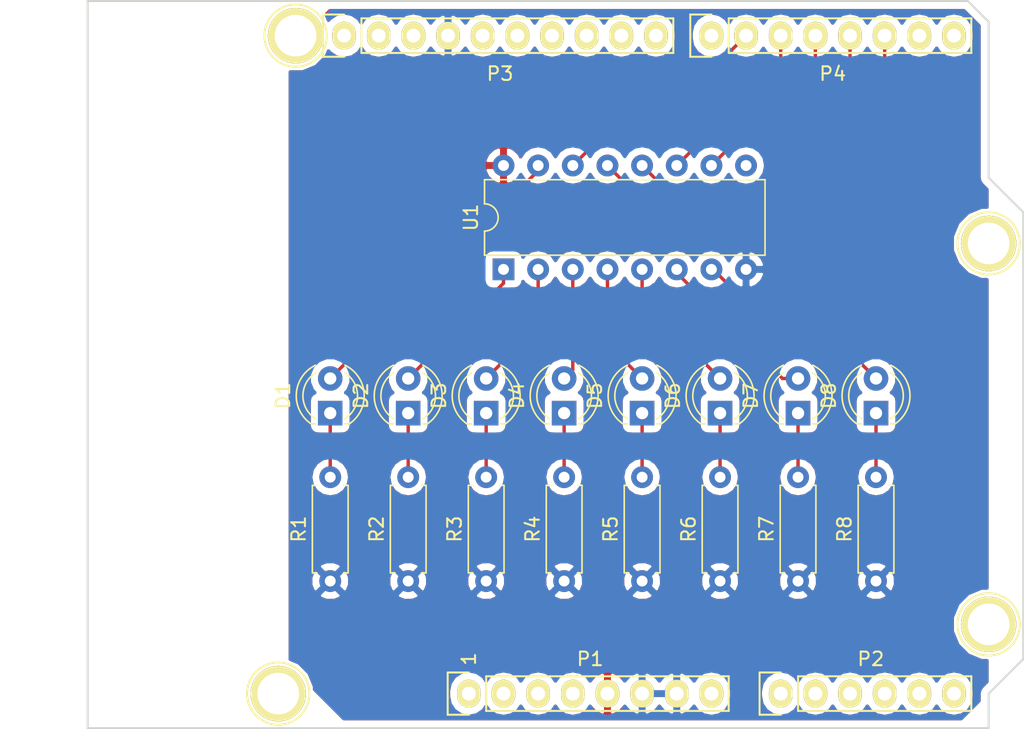
<source format=kicad_pcb>
(kicad_pcb (version 20171130) (host pcbnew "(5.1.12)-1")

  (general
    (thickness 1.6)
    (drawings 28)
    (tracks 44)
    (zones 0)
    (modules 25)
    (nets 52)
  )

  (page USLetter)
  (title_block
    (title "ELEC-0122 shift register LED demo PCB")
    (date 2017-02-14)
    (rev 2)
    (company Marginallyclever.com)
    (comment 1 "Dan Royer (dan@marginallyclever.com)")
  )

  (layers
    (0 F.Cu signal)
    (31 B.Cu signal)
    (32 B.Adhes user)
    (33 F.Adhes user)
    (34 B.Paste user)
    (35 F.Paste user)
    (36 B.SilkS user)
    (37 F.SilkS user)
    (38 B.Mask user)
    (39 F.Mask user)
    (40 Dwgs.User user)
    (41 Cmts.User user)
    (42 Eco1.User user)
    (43 Eco2.User user)
    (44 Edge.Cuts user)
    (45 Margin user)
    (46 B.CrtYd user)
    (47 F.CrtYd user)
    (48 B.Fab user)
    (49 F.Fab user)
  )

  (setup
    (last_trace_width 0.25)
    (trace_clearance 0.2)
    (zone_clearance 0.508)
    (zone_45_only no)
    (trace_min 0.2)
    (via_size 0.6)
    (via_drill 0.4)
    (via_min_size 0.4)
    (via_min_drill 0.3)
    (uvia_size 0.3)
    (uvia_drill 0.1)
    (uvias_allowed no)
    (uvia_min_size 0.2)
    (uvia_min_drill 0.1)
    (edge_width 0.15)
    (segment_width 0.15)
    (pcb_text_width 0.3)
    (pcb_text_size 1.5 1.5)
    (mod_edge_width 0.15)
    (mod_text_size 1 1)
    (mod_text_width 0.15)
    (pad_size 4.064 4.064)
    (pad_drill 3.048)
    (pad_to_mask_clearance 0)
    (aux_axis_origin 110.998 126.365)
    (grid_origin 110.998 126.365)
    (visible_elements 7FFFFFFF)
    (pcbplotparams
      (layerselection 0x00030_80000001)
      (usegerberextensions false)
      (usegerberattributes true)
      (usegerberadvancedattributes true)
      (creategerberjobfile true)
      (excludeedgelayer true)
      (linewidth 0.100000)
      (plotframeref false)
      (viasonmask false)
      (mode 1)
      (useauxorigin false)
      (hpglpennumber 1)
      (hpglpenspeed 20)
      (hpglpendiameter 15.000000)
      (psnegative false)
      (psa4output false)
      (plotreference true)
      (plotvalue true)
      (plotinvisibletext false)
      (padsonsilk false)
      (subtractmaskfromsilk false)
      (outputformat 1)
      (mirror false)
      (drillshape 1)
      (scaleselection 1)
      (outputdirectory ""))
  )

  (net 0 "")
  (net 1 /IOREF)
  (net 2 /Reset)
  (net 3 +5V)
  (net 4 GND)
  (net 5 /Vin)
  (net 6 /A0)
  (net 7 /A1)
  (net 8 /A2)
  (net 9 /A3)
  (net 10 /AREF)
  (net 11 "/A4(SDA)")
  (net 12 "/A5(SCL)")
  (net 13 "/9(**)")
  (net 14 /8)
  (net 15 /7)
  (net 16 "/6(**)")
  (net 17 "/5(**)")
  (net 18 /4)
  (net 19 "/3(**)")
  (net 20 /2)
  (net 21 "/1(Tx)")
  (net 22 "/0(Rx)")
  (net 23 "Net-(P5-Pad1)")
  (net 24 "Net-(P6-Pad1)")
  (net 25 "Net-(P7-Pad1)")
  (net 26 "Net-(P8-Pad1)")
  (net 27 "/13(SCK)")
  (net 28 "/10(**/SS)")
  (net 29 "Net-(P1-Pad1)")
  (net 30 +3V3)
  (net 31 "/12(MISO)")
  (net 32 "/11(**/MOSI)")
  (net 33 "Net-(D1-Pad1)")
  (net 34 "Net-(D1-Pad2)")
  (net 35 "Net-(D2-Pad1)")
  (net 36 "Net-(D2-Pad2)")
  (net 37 "Net-(D3-Pad1)")
  (net 38 "Net-(D3-Pad2)")
  (net 39 "Net-(D4-Pad1)")
  (net 40 "Net-(D4-Pad2)")
  (net 41 "Net-(D5-Pad1)")
  (net 42 "Net-(D5-Pad2)")
  (net 43 "Net-(D6-Pad1)")
  (net 44 "Net-(D6-Pad2)")
  (net 45 "Net-(D7-Pad1)")
  (net 46 "Net-(D7-Pad2)")
  (net 47 "Net-(D8-Pad1)")
  (net 48 "Net-(D8-Pad2)")
  (net 49 "/A5_2(SCL)")
  (net 50 "/A4_2(SDA)")
  (net 51 "Net-(U1-Pad9)")

  (net_class Default "This is the default net class."
    (clearance 0.2)
    (trace_width 0.25)
    (via_dia 0.6)
    (via_drill 0.4)
    (uvia_dia 0.3)
    (uvia_drill 0.1)
    (add_net +3V3)
    (add_net +5V)
    (add_net "/0(Rx)")
    (add_net "/1(Tx)")
    (add_net "/10(**/SS)")
    (add_net "/11(**/MOSI)")
    (add_net "/12(MISO)")
    (add_net "/13(SCK)")
    (add_net /2)
    (add_net "/3(**)")
    (add_net /4)
    (add_net "/5(**)")
    (add_net "/6(**)")
    (add_net /7)
    (add_net /8)
    (add_net "/9(**)")
    (add_net /A0)
    (add_net /A1)
    (add_net /A2)
    (add_net /A3)
    (add_net "/A4(SDA)")
    (add_net "/A4_2(SDA)")
    (add_net "/A5(SCL)")
    (add_net "/A5_2(SCL)")
    (add_net /AREF)
    (add_net /IOREF)
    (add_net /Reset)
    (add_net /Vin)
    (add_net GND)
    (add_net "Net-(D1-Pad1)")
    (add_net "Net-(D1-Pad2)")
    (add_net "Net-(D2-Pad1)")
    (add_net "Net-(D2-Pad2)")
    (add_net "Net-(D3-Pad1)")
    (add_net "Net-(D3-Pad2)")
    (add_net "Net-(D4-Pad1)")
    (add_net "Net-(D4-Pad2)")
    (add_net "Net-(D5-Pad1)")
    (add_net "Net-(D5-Pad2)")
    (add_net "Net-(D6-Pad1)")
    (add_net "Net-(D6-Pad2)")
    (add_net "Net-(D7-Pad1)")
    (add_net "Net-(D7-Pad2)")
    (add_net "Net-(D8-Pad1)")
    (add_net "Net-(D8-Pad2)")
    (add_net "Net-(P1-Pad1)")
    (add_net "Net-(P5-Pad1)")
    (add_net "Net-(P6-Pad1)")
    (add_net "Net-(P7-Pad1)")
    (add_net "Net-(P8-Pad1)")
    (add_net "Net-(U1-Pad9)")
  )

  (module Resistors_ThroughHole:R_Axial_DIN0207_L6.3mm_D2.5mm_P7.62mm_Horizontal (layer F.Cu) (tedit 5874F706) (tstamp 58A398BB)
    (at 128.778 115.57 90)
    (descr "Resistor, Axial_DIN0207 series, Axial, Horizontal, pin pitch=7.62mm, 0.25W = 1/4W, length*diameter=6.3*2.5mm^2, http://cdn-reichelt.de/documents/datenblatt/B400/1_4W%23YAG.pdf")
    (tags "Resistor Axial_DIN0207 series Axial Horizontal pin pitch 7.62mm 0.25W = 1/4W length 6.3mm diameter 2.5mm")
    (path /58A375C6)
    (fp_text reference R1 (at 3.81 -2.31 90) (layer F.SilkS)
      (effects (font (size 1 1) (thickness 0.15)))
    )
    (fp_text value 220 (at 3.81 2.31 90) (layer F.Fab)
      (effects (font (size 1 1) (thickness 0.15)))
    )
    (fp_line (start 8.7 -1.6) (end -1.05 -1.6) (layer F.CrtYd) (width 0.05))
    (fp_line (start 8.7 1.6) (end 8.7 -1.6) (layer F.CrtYd) (width 0.05))
    (fp_line (start -1.05 1.6) (end 8.7 1.6) (layer F.CrtYd) (width 0.05))
    (fp_line (start -1.05 -1.6) (end -1.05 1.6) (layer F.CrtYd) (width 0.05))
    (fp_line (start 7.02 1.31) (end 7.02 0.98) (layer F.SilkS) (width 0.12))
    (fp_line (start 0.6 1.31) (end 7.02 1.31) (layer F.SilkS) (width 0.12))
    (fp_line (start 0.6 0.98) (end 0.6 1.31) (layer F.SilkS) (width 0.12))
    (fp_line (start 7.02 -1.31) (end 7.02 -0.98) (layer F.SilkS) (width 0.12))
    (fp_line (start 0.6 -1.31) (end 7.02 -1.31) (layer F.SilkS) (width 0.12))
    (fp_line (start 0.6 -0.98) (end 0.6 -1.31) (layer F.SilkS) (width 0.12))
    (fp_line (start 7.62 0) (end 6.96 0) (layer F.Fab) (width 0.1))
    (fp_line (start 0 0) (end 0.66 0) (layer F.Fab) (width 0.1))
    (fp_line (start 6.96 -1.25) (end 0.66 -1.25) (layer F.Fab) (width 0.1))
    (fp_line (start 6.96 1.25) (end 6.96 -1.25) (layer F.Fab) (width 0.1))
    (fp_line (start 0.66 1.25) (end 6.96 1.25) (layer F.Fab) (width 0.1))
    (fp_line (start 0.66 -1.25) (end 0.66 1.25) (layer F.Fab) (width 0.1))
    (pad 1 thru_hole circle (at 0 0 90) (size 1.6 1.6) (drill 0.8) (layers *.Cu *.Mask)
      (net 4 GND))
    (pad 2 thru_hole oval (at 7.62 0 90) (size 1.6 1.6) (drill 0.8) (layers *.Cu *.Mask)
      (net 33 "Net-(D1-Pad1)"))
    (model Resistors_ThroughHole.3dshapes/R_Axial_DIN0207_L6.3mm_D2.5mm_P7.62mm_Horizontal.wrl
      (at (xyz 0 0 0))
      (scale (xyz 0.393701 0.393701 0.393701))
      (rotate (xyz 0 0 0))
    )
  )

  (module Socket_Arduino_Uno:Socket_Strip_Arduino_1x08 locked (layer F.Cu) (tedit 552168D2) (tstamp 551AF9EA)
    (at 138.938 123.825)
    (descr "Through hole socket strip")
    (tags "socket strip")
    (path /5517C2C1)
    (fp_text reference P1 (at 8.89 -2.54) (layer F.SilkS)
      (effects (font (size 1 1) (thickness 0.15)))
    )
    (fp_text value Power (at 8.89 -4.064) (layer F.Fab)
      (effects (font (size 1 1) (thickness 0.15)))
    )
    (fp_line (start -1.55 -1.55) (end -1.55 1.55) (layer F.SilkS) (width 0.15))
    (fp_line (start 0 -1.55) (end -1.55 -1.55) (layer F.SilkS) (width 0.15))
    (fp_line (start 1.27 1.27) (end 1.27 -1.27) (layer F.SilkS) (width 0.15))
    (fp_line (start -1.55 1.55) (end 0 1.55) (layer F.SilkS) (width 0.15))
    (fp_line (start 19.05 -1.27) (end 1.27 -1.27) (layer F.SilkS) (width 0.15))
    (fp_line (start 19.05 1.27) (end 19.05 -1.27) (layer F.SilkS) (width 0.15))
    (fp_line (start 1.27 1.27) (end 19.05 1.27) (layer F.SilkS) (width 0.15))
    (fp_line (start -1.75 1.75) (end 19.55 1.75) (layer F.CrtYd) (width 0.05))
    (fp_line (start -1.75 -1.75) (end 19.55 -1.75) (layer F.CrtYd) (width 0.05))
    (fp_line (start 19.55 -1.75) (end 19.55 1.75) (layer F.CrtYd) (width 0.05))
    (fp_line (start -1.75 -1.75) (end -1.75 1.75) (layer F.CrtYd) (width 0.05))
    (pad 1 thru_hole oval (at 0 0) (size 1.7272 2.032) (drill 1.016) (layers *.Cu *.Mask F.SilkS)
      (net 29 "Net-(P1-Pad1)"))
    (pad 2 thru_hole oval (at 2.54 0) (size 1.7272 2.032) (drill 1.016) (layers *.Cu *.Mask F.SilkS)
      (net 1 /IOREF))
    (pad 3 thru_hole oval (at 5.08 0) (size 1.7272 2.032) (drill 1.016) (layers *.Cu *.Mask F.SilkS)
      (net 2 /Reset))
    (pad 4 thru_hole oval (at 7.62 0) (size 1.7272 2.032) (drill 1.016) (layers *.Cu *.Mask F.SilkS)
      (net 30 +3V3))
    (pad 5 thru_hole oval (at 10.16 0) (size 1.7272 2.032) (drill 1.016) (layers *.Cu *.Mask F.SilkS)
      (net 3 +5V))
    (pad 6 thru_hole oval (at 12.7 0) (size 1.7272 2.032) (drill 1.016) (layers *.Cu *.Mask F.SilkS)
      (net 4 GND))
    (pad 7 thru_hole oval (at 15.24 0) (size 1.7272 2.032) (drill 1.016) (layers *.Cu *.Mask F.SilkS)
      (net 4 GND))
    (pad 8 thru_hole oval (at 17.78 0) (size 1.7272 2.032) (drill 1.016) (layers *.Cu *.Mask F.SilkS)
      (net 5 /Vin))
    (model ${KIPRJMOD}/Socket_Arduino_Uno.3dshapes/Socket_header_Arduino_1x08.wrl
      (offset (xyz 8.889999866485596 0 0))
      (scale (xyz 1 1 1))
      (rotate (xyz 0 0 180))
    )
  )

  (module Socket_Arduino_Uno:Socket_Strip_Arduino_1x06 locked (layer F.Cu) (tedit 552168D6) (tstamp 551AF9FF)
    (at 161.798 123.825)
    (descr "Through hole socket strip")
    (tags "socket strip")
    (path /5517C323)
    (fp_text reference P2 (at 6.604 -2.54) (layer F.SilkS)
      (effects (font (size 1 1) (thickness 0.15)))
    )
    (fp_text value Analog (at 6.604 -4.064) (layer F.Fab)
      (effects (font (size 1 1) (thickness 0.15)))
    )
    (fp_line (start -1.55 -1.55) (end -1.55 1.55) (layer F.SilkS) (width 0.15))
    (fp_line (start 0 -1.55) (end -1.55 -1.55) (layer F.SilkS) (width 0.15))
    (fp_line (start 1.27 1.27) (end 1.27 -1.27) (layer F.SilkS) (width 0.15))
    (fp_line (start -1.55 1.55) (end 0 1.55) (layer F.SilkS) (width 0.15))
    (fp_line (start 13.97 -1.27) (end 1.27 -1.27) (layer F.SilkS) (width 0.15))
    (fp_line (start 13.97 1.27) (end 13.97 -1.27) (layer F.SilkS) (width 0.15))
    (fp_line (start 1.27 1.27) (end 13.97 1.27) (layer F.SilkS) (width 0.15))
    (fp_line (start -1.75 1.75) (end 14.45 1.75) (layer F.CrtYd) (width 0.05))
    (fp_line (start -1.75 -1.75) (end 14.45 -1.75) (layer F.CrtYd) (width 0.05))
    (fp_line (start 14.45 -1.75) (end 14.45 1.75) (layer F.CrtYd) (width 0.05))
    (fp_line (start -1.75 -1.75) (end -1.75 1.75) (layer F.CrtYd) (width 0.05))
    (pad 1 thru_hole oval (at 0 0) (size 1.7272 2.032) (drill 1.016) (layers *.Cu *.Mask F.SilkS)
      (net 6 /A0))
    (pad 2 thru_hole oval (at 2.54 0) (size 1.7272 2.032) (drill 1.016) (layers *.Cu *.Mask F.SilkS)
      (net 7 /A1))
    (pad 3 thru_hole oval (at 5.08 0) (size 1.7272 2.032) (drill 1.016) (layers *.Cu *.Mask F.SilkS)
      (net 8 /A2))
    (pad 4 thru_hole oval (at 7.62 0) (size 1.7272 2.032) (drill 1.016) (layers *.Cu *.Mask F.SilkS)
      (net 9 /A3))
    (pad 5 thru_hole oval (at 10.16 0) (size 1.7272 2.032) (drill 1.016) (layers *.Cu *.Mask F.SilkS)
      (net 11 "/A4(SDA)"))
    (pad 6 thru_hole oval (at 12.7 0) (size 1.7272 2.032) (drill 1.016) (layers *.Cu *.Mask F.SilkS)
      (net 12 "/A5(SCL)"))
    (model ${KIPRJMOD}/Socket_Arduino_Uno.3dshapes/Socket_header_Arduino_1x06.wrl
      (offset (xyz 6.349999904632568 0 0))
      (scale (xyz 1 1 1))
      (rotate (xyz 0 0 180))
    )
  )

  (module Socket_Arduino_Uno:Socket_Strip_Arduino_1x10 locked (layer F.Cu) (tedit 552168BF) (tstamp 551AFA18)
    (at 129.794 75.565)
    (descr "Through hole socket strip")
    (tags "socket strip")
    (path /5517C46C)
    (fp_text reference P3 (at 11.43 2.794) (layer F.SilkS)
      (effects (font (size 1 1) (thickness 0.15)))
    )
    (fp_text value Digital (at 11.43 4.318) (layer F.Fab)
      (effects (font (size 1 1) (thickness 0.15)))
    )
    (fp_line (start -1.55 -1.55) (end -1.55 1.55) (layer F.SilkS) (width 0.15))
    (fp_line (start 0 -1.55) (end -1.55 -1.55) (layer F.SilkS) (width 0.15))
    (fp_line (start 1.27 1.27) (end 1.27 -1.27) (layer F.SilkS) (width 0.15))
    (fp_line (start -1.55 1.55) (end 0 1.55) (layer F.SilkS) (width 0.15))
    (fp_line (start 24.13 -1.27) (end 1.27 -1.27) (layer F.SilkS) (width 0.15))
    (fp_line (start 24.13 1.27) (end 24.13 -1.27) (layer F.SilkS) (width 0.15))
    (fp_line (start 1.27 1.27) (end 24.13 1.27) (layer F.SilkS) (width 0.15))
    (fp_line (start -1.75 1.75) (end 24.65 1.75) (layer F.CrtYd) (width 0.05))
    (fp_line (start -1.75 -1.75) (end 24.65 -1.75) (layer F.CrtYd) (width 0.05))
    (fp_line (start 24.65 -1.75) (end 24.65 1.75) (layer F.CrtYd) (width 0.05))
    (fp_line (start -1.75 -1.75) (end -1.75 1.75) (layer F.CrtYd) (width 0.05))
    (pad 1 thru_hole oval (at 0 0) (size 1.7272 2.032) (drill 1.016) (layers *.Cu *.Mask F.SilkS)
      (net 49 "/A5_2(SCL)"))
    (pad 2 thru_hole oval (at 2.54 0) (size 1.7272 2.032) (drill 1.016) (layers *.Cu *.Mask F.SilkS)
      (net 50 "/A4_2(SDA)"))
    (pad 3 thru_hole oval (at 5.08 0) (size 1.7272 2.032) (drill 1.016) (layers *.Cu *.Mask F.SilkS)
      (net 10 /AREF))
    (pad 4 thru_hole oval (at 7.62 0) (size 1.7272 2.032) (drill 1.016) (layers *.Cu *.Mask F.SilkS)
      (net 4 GND))
    (pad 5 thru_hole oval (at 10.16 0) (size 1.7272 2.032) (drill 1.016) (layers *.Cu *.Mask F.SilkS)
      (net 27 "/13(SCK)"))
    (pad 6 thru_hole oval (at 12.7 0) (size 1.7272 2.032) (drill 1.016) (layers *.Cu *.Mask F.SilkS)
      (net 31 "/12(MISO)"))
    (pad 7 thru_hole oval (at 15.24 0) (size 1.7272 2.032) (drill 1.016) (layers *.Cu *.Mask F.SilkS)
      (net 32 "/11(**/MOSI)"))
    (pad 8 thru_hole oval (at 17.78 0) (size 1.7272 2.032) (drill 1.016) (layers *.Cu *.Mask F.SilkS)
      (net 28 "/10(**/SS)"))
    (pad 9 thru_hole oval (at 20.32 0) (size 1.7272 2.032) (drill 1.016) (layers *.Cu *.Mask F.SilkS)
      (net 13 "/9(**)"))
    (pad 10 thru_hole oval (at 22.86 0) (size 1.7272 2.032) (drill 1.016) (layers *.Cu *.Mask F.SilkS)
      (net 14 /8))
    (model ${KIPRJMOD}/Socket_Arduino_Uno.3dshapes/Socket_header_Arduino_1x10.wrl
      (offset (xyz 11.42999982833862 0 0))
      (scale (xyz 1 1 1))
      (rotate (xyz 0 0 180))
    )
  )

  (module Socket_Arduino_Uno:Socket_Strip_Arduino_1x08 locked (layer F.Cu) (tedit 552168C7) (tstamp 551AFA2F)
    (at 156.718 75.565)
    (descr "Through hole socket strip")
    (tags "socket strip")
    (path /5517C366)
    (fp_text reference P4 (at 8.89 2.794) (layer F.SilkS)
      (effects (font (size 1 1) (thickness 0.15)))
    )
    (fp_text value Digital (at 8.89 4.318) (layer F.Fab)
      (effects (font (size 1 1) (thickness 0.15)))
    )
    (fp_line (start -1.55 -1.55) (end -1.55 1.55) (layer F.SilkS) (width 0.15))
    (fp_line (start 0 -1.55) (end -1.55 -1.55) (layer F.SilkS) (width 0.15))
    (fp_line (start 1.27 1.27) (end 1.27 -1.27) (layer F.SilkS) (width 0.15))
    (fp_line (start -1.55 1.55) (end 0 1.55) (layer F.SilkS) (width 0.15))
    (fp_line (start 19.05 -1.27) (end 1.27 -1.27) (layer F.SilkS) (width 0.15))
    (fp_line (start 19.05 1.27) (end 19.05 -1.27) (layer F.SilkS) (width 0.15))
    (fp_line (start 1.27 1.27) (end 19.05 1.27) (layer F.SilkS) (width 0.15))
    (fp_line (start -1.75 1.75) (end 19.55 1.75) (layer F.CrtYd) (width 0.05))
    (fp_line (start -1.75 -1.75) (end 19.55 -1.75) (layer F.CrtYd) (width 0.05))
    (fp_line (start 19.55 -1.75) (end 19.55 1.75) (layer F.CrtYd) (width 0.05))
    (fp_line (start -1.75 -1.75) (end -1.75 1.75) (layer F.CrtYd) (width 0.05))
    (pad 1 thru_hole oval (at 0 0) (size 1.7272 2.032) (drill 1.016) (layers *.Cu *.Mask F.SilkS)
      (net 15 /7))
    (pad 2 thru_hole oval (at 2.54 0) (size 1.7272 2.032) (drill 1.016) (layers *.Cu *.Mask F.SilkS)
      (net 16 "/6(**)"))
    (pad 3 thru_hole oval (at 5.08 0) (size 1.7272 2.032) (drill 1.016) (layers *.Cu *.Mask F.SilkS)
      (net 17 "/5(**)"))
    (pad 4 thru_hole oval (at 7.62 0) (size 1.7272 2.032) (drill 1.016) (layers *.Cu *.Mask F.SilkS)
      (net 18 /4))
    (pad 5 thru_hole oval (at 10.16 0) (size 1.7272 2.032) (drill 1.016) (layers *.Cu *.Mask F.SilkS)
      (net 19 "/3(**)"))
    (pad 6 thru_hole oval (at 12.7 0) (size 1.7272 2.032) (drill 1.016) (layers *.Cu *.Mask F.SilkS)
      (net 20 /2))
    (pad 7 thru_hole oval (at 15.24 0) (size 1.7272 2.032) (drill 1.016) (layers *.Cu *.Mask F.SilkS)
      (net 21 "/1(Tx)"))
    (pad 8 thru_hole oval (at 17.78 0) (size 1.7272 2.032) (drill 1.016) (layers *.Cu *.Mask F.SilkS)
      (net 22 "/0(Rx)"))
    (model ${KIPRJMOD}/Socket_Arduino_Uno.3dshapes/Socket_header_Arduino_1x08.wrl
      (offset (xyz 8.889999866485596 0 0))
      (scale (xyz 1 1 1))
      (rotate (xyz 0 0 180))
    )
  )

  (module Socket_Arduino_Uno:Arduino_1pin locked (layer F.Cu) (tedit 5524FC39) (tstamp 5524FC3F)
    (at 124.968 123.825)
    (descr "module 1 pin (ou trou mecanique de percage)")
    (tags DEV)
    (path /551BBC06)
    (fp_text reference P5 (at 0 -3.048) (layer F.SilkS) hide
      (effects (font (size 1 1) (thickness 0.15)))
    )
    (fp_text value CONN_1 (at 0 2.794) (layer F.Fab) hide
      (effects (font (size 1 1) (thickness 0.15)))
    )
    (fp_circle (center 0 0) (end 0 -2.286) (layer F.SilkS) (width 0.15))
    (pad 1 thru_hole circle (at 0 0) (size 4.064 4.064) (drill 3.048) (layers *.Cu *.Mask F.SilkS)
      (net 23 "Net-(P5-Pad1)"))
  )

  (module Socket_Arduino_Uno:Arduino_1pin locked (layer F.Cu) (tedit 5524FC4A) (tstamp 5524FC44)
    (at 177.038 118.745)
    (descr "module 1 pin (ou trou mecanique de percage)")
    (tags DEV)
    (path /551BBD10)
    (fp_text reference P6 (at 0 -3.048) (layer F.SilkS) hide
      (effects (font (size 1 1) (thickness 0.15)))
    )
    (fp_text value CONN_1 (at 0 2.794) (layer F.Fab) hide
      (effects (font (size 1 1) (thickness 0.15)))
    )
    (fp_circle (center 0 0) (end 0 -2.286) (layer F.SilkS) (width 0.15))
    (pad 1 thru_hole circle (at 0 0) (size 4.064 4.064) (drill 3.048) (layers *.Cu *.Mask F.SilkS)
      (net 24 "Net-(P6-Pad1)"))
  )

  (module Socket_Arduino_Uno:Arduino_1pin locked (layer F.Cu) (tedit 5524FC2F) (tstamp 5524FC49)
    (at 126.238 75.565)
    (descr "module 1 pin (ou trou mecanique de percage)")
    (tags DEV)
    (path /551BBD30)
    (fp_text reference P7 (at 0 -3.048) (layer F.SilkS) hide
      (effects (font (size 1 1) (thickness 0.15)))
    )
    (fp_text value CONN_1 (at 0 2.794) (layer F.Fab) hide
      (effects (font (size 1 1) (thickness 0.15)))
    )
    (fp_circle (center 0 0) (end 0 -2.286) (layer F.SilkS) (width 0.15))
    (pad 1 thru_hole circle (at 0 0) (size 4.064 4.064) (drill 3.048) (layers *.Cu *.Mask F.SilkS)
      (net 25 "Net-(P7-Pad1)"))
  )

  (module Socket_Arduino_Uno:Arduino_1pin locked (layer F.Cu) (tedit 5524FC41) (tstamp 5524FC4E)
    (at 177.038 90.805)
    (descr "module 1 pin (ou trou mecanique de percage)")
    (tags DEV)
    (path /551BBD52)
    (fp_text reference P8 (at 0 -3.048) (layer F.SilkS) hide
      (effects (font (size 1 1) (thickness 0.15)))
    )
    (fp_text value CONN_1 (at 0 2.794) (layer F.Fab) hide
      (effects (font (size 1 1) (thickness 0.15)))
    )
    (fp_circle (center 0 0) (end 0 -2.286) (layer F.SilkS) (width 0.15))
    (pad 1 thru_hole circle (at 0 0) (size 4.064 4.064) (drill 3.048) (layers *.Cu *.Mask F.SilkS)
      (net 26 "Net-(P8-Pad1)"))
  )

  (module LEDs:LED_D4.0mm (layer F.Cu) (tedit 587A3A7B) (tstamp 58A396E2)
    (at 128.778 103.251 90)
    (descr "LED, diameter 4.0mm, 2 pins, http://www.kingbright.com/attachments/file/psearch/000/00/00/L-43GD(Ver.12B).pdf")
    (tags "LED diameter 4.0mm 2 pins")
    (path /58A37201)
    (fp_text reference D1 (at 1.27 -3.46 90) (layer F.SilkS)
      (effects (font (size 1 1) (thickness 0.15)))
    )
    (fp_text value LED (at 1.27 3.46 90) (layer F.Fab)
      (effects (font (size 1 1) (thickness 0.15)))
    )
    (fp_line (start 4 -2.75) (end -1.45 -2.75) (layer F.CrtYd) (width 0.05))
    (fp_line (start 4 2.75) (end 4 -2.75) (layer F.CrtYd) (width 0.05))
    (fp_line (start -1.45 2.75) (end 4 2.75) (layer F.CrtYd) (width 0.05))
    (fp_line (start -1.45 -2.75) (end -1.45 2.75) (layer F.CrtYd) (width 0.05))
    (fp_line (start -0.79 1.08) (end -0.79 1.399) (layer F.SilkS) (width 0.12))
    (fp_line (start -0.79 -1.399) (end -0.79 -1.08) (layer F.SilkS) (width 0.12))
    (fp_line (start -0.73 -1.32665) (end -0.73 1.32665) (layer F.Fab) (width 0.1))
    (fp_circle (center 1.27 0) (end 3.27 0) (layer F.Fab) (width 0.1))
    (fp_arc (start 1.27 0) (end -0.73 -1.32665) (angle 292.9) (layer F.Fab) (width 0.1))
    (fp_arc (start 1.27 0) (end -0.79 -1.398749) (angle 120.1) (layer F.SilkS) (width 0.12))
    (fp_arc (start 1.27 0) (end -0.79 1.398749) (angle -120.1) (layer F.SilkS) (width 0.12))
    (fp_arc (start 1.27 0) (end -0.41333 -1.08) (angle 114.6) (layer F.SilkS) (width 0.12))
    (fp_arc (start 1.27 0) (end -0.41333 1.08) (angle -114.6) (layer F.SilkS) (width 0.12))
    (pad 1 thru_hole rect (at 0 0 90) (size 1.8 1.8) (drill 0.9) (layers *.Cu *.Mask)
      (net 33 "Net-(D1-Pad1)"))
    (pad 2 thru_hole circle (at 2.54 0 90) (size 1.8 1.8) (drill 0.9) (layers *.Cu *.Mask)
      (net 34 "Net-(D1-Pad2)"))
    (model LEDs.3dshapes/LED_D4.0mm.wrl
      (at (xyz 0 0 0))
      (scale (xyz 0.393701 0.393701 0.393701))
      (rotate (xyz 0 0 0))
    )
  )

  (module LEDs:LED_D4.0mm (layer F.Cu) (tedit 587A3A7B) (tstamp 58A396E8)
    (at 134.493 103.251 90)
    (descr "LED, diameter 4.0mm, 2 pins, http://www.kingbright.com/attachments/file/psearch/000/00/00/L-43GD(Ver.12B).pdf")
    (tags "LED diameter 4.0mm 2 pins")
    (path /58A37306)
    (fp_text reference D2 (at 1.27 -3.46 90) (layer F.SilkS)
      (effects (font (size 1 1) (thickness 0.15)))
    )
    (fp_text value LED (at 1.27 3.46 90) (layer F.Fab)
      (effects (font (size 1 1) (thickness 0.15)))
    )
    (fp_line (start 4 -2.75) (end -1.45 -2.75) (layer F.CrtYd) (width 0.05))
    (fp_line (start 4 2.75) (end 4 -2.75) (layer F.CrtYd) (width 0.05))
    (fp_line (start -1.45 2.75) (end 4 2.75) (layer F.CrtYd) (width 0.05))
    (fp_line (start -1.45 -2.75) (end -1.45 2.75) (layer F.CrtYd) (width 0.05))
    (fp_line (start -0.79 1.08) (end -0.79 1.399) (layer F.SilkS) (width 0.12))
    (fp_line (start -0.79 -1.399) (end -0.79 -1.08) (layer F.SilkS) (width 0.12))
    (fp_line (start -0.73 -1.32665) (end -0.73 1.32665) (layer F.Fab) (width 0.1))
    (fp_circle (center 1.27 0) (end 3.27 0) (layer F.Fab) (width 0.1))
    (fp_arc (start 1.27 0) (end -0.73 -1.32665) (angle 292.9) (layer F.Fab) (width 0.1))
    (fp_arc (start 1.27 0) (end -0.79 -1.398749) (angle 120.1) (layer F.SilkS) (width 0.12))
    (fp_arc (start 1.27 0) (end -0.79 1.398749) (angle -120.1) (layer F.SilkS) (width 0.12))
    (fp_arc (start 1.27 0) (end -0.41333 -1.08) (angle 114.6) (layer F.SilkS) (width 0.12))
    (fp_arc (start 1.27 0) (end -0.41333 1.08) (angle -114.6) (layer F.SilkS) (width 0.12))
    (pad 1 thru_hole rect (at 0 0 90) (size 1.8 1.8) (drill 0.9) (layers *.Cu *.Mask)
      (net 35 "Net-(D2-Pad1)"))
    (pad 2 thru_hole circle (at 2.54 0 90) (size 1.8 1.8) (drill 0.9) (layers *.Cu *.Mask)
      (net 36 "Net-(D2-Pad2)"))
    (model LEDs.3dshapes/LED_D4.0mm.wrl
      (at (xyz 0 0 0))
      (scale (xyz 0.393701 0.393701 0.393701))
      (rotate (xyz 0 0 0))
    )
  )

  (module LEDs:LED_D4.0mm (layer F.Cu) (tedit 587A3A7B) (tstamp 58A396EE)
    (at 140.208 103.251 90)
    (descr "LED, diameter 4.0mm, 2 pins, http://www.kingbright.com/attachments/file/psearch/000/00/00/L-43GD(Ver.12B).pdf")
    (tags "LED diameter 4.0mm 2 pins")
    (path /58A37351)
    (fp_text reference D3 (at 1.27 -3.46 90) (layer F.SilkS)
      (effects (font (size 1 1) (thickness 0.15)))
    )
    (fp_text value LED (at 1.27 3.46 90) (layer F.Fab)
      (effects (font (size 1 1) (thickness 0.15)))
    )
    (fp_line (start 4 -2.75) (end -1.45 -2.75) (layer F.CrtYd) (width 0.05))
    (fp_line (start 4 2.75) (end 4 -2.75) (layer F.CrtYd) (width 0.05))
    (fp_line (start -1.45 2.75) (end 4 2.75) (layer F.CrtYd) (width 0.05))
    (fp_line (start -1.45 -2.75) (end -1.45 2.75) (layer F.CrtYd) (width 0.05))
    (fp_line (start -0.79 1.08) (end -0.79 1.399) (layer F.SilkS) (width 0.12))
    (fp_line (start -0.79 -1.399) (end -0.79 -1.08) (layer F.SilkS) (width 0.12))
    (fp_line (start -0.73 -1.32665) (end -0.73 1.32665) (layer F.Fab) (width 0.1))
    (fp_circle (center 1.27 0) (end 3.27 0) (layer F.Fab) (width 0.1))
    (fp_arc (start 1.27 0) (end -0.73 -1.32665) (angle 292.9) (layer F.Fab) (width 0.1))
    (fp_arc (start 1.27 0) (end -0.79 -1.398749) (angle 120.1) (layer F.SilkS) (width 0.12))
    (fp_arc (start 1.27 0) (end -0.79 1.398749) (angle -120.1) (layer F.SilkS) (width 0.12))
    (fp_arc (start 1.27 0) (end -0.41333 -1.08) (angle 114.6) (layer F.SilkS) (width 0.12))
    (fp_arc (start 1.27 0) (end -0.41333 1.08) (angle -114.6) (layer F.SilkS) (width 0.12))
    (pad 1 thru_hole rect (at 0 0 90) (size 1.8 1.8) (drill 0.9) (layers *.Cu *.Mask)
      (net 37 "Net-(D3-Pad1)"))
    (pad 2 thru_hole circle (at 2.54 0 90) (size 1.8 1.8) (drill 0.9) (layers *.Cu *.Mask)
      (net 38 "Net-(D3-Pad2)"))
    (model LEDs.3dshapes/LED_D4.0mm.wrl
      (at (xyz 0 0 0))
      (scale (xyz 0.393701 0.393701 0.393701))
      (rotate (xyz 0 0 0))
    )
  )

  (module LEDs:LED_D4.0mm (layer F.Cu) (tedit 587A3A7B) (tstamp 58A396F4)
    (at 145.923 103.251 90)
    (descr "LED, diameter 4.0mm, 2 pins, http://www.kingbright.com/attachments/file/psearch/000/00/00/L-43GD(Ver.12B).pdf")
    (tags "LED diameter 4.0mm 2 pins")
    (path /58A3739E)
    (fp_text reference D4 (at 1.27 -3.46 90) (layer F.SilkS)
      (effects (font (size 1 1) (thickness 0.15)))
    )
    (fp_text value LED (at 1.27 3.46 90) (layer F.Fab)
      (effects (font (size 1 1) (thickness 0.15)))
    )
    (fp_line (start 4 -2.75) (end -1.45 -2.75) (layer F.CrtYd) (width 0.05))
    (fp_line (start 4 2.75) (end 4 -2.75) (layer F.CrtYd) (width 0.05))
    (fp_line (start -1.45 2.75) (end 4 2.75) (layer F.CrtYd) (width 0.05))
    (fp_line (start -1.45 -2.75) (end -1.45 2.75) (layer F.CrtYd) (width 0.05))
    (fp_line (start -0.79 1.08) (end -0.79 1.399) (layer F.SilkS) (width 0.12))
    (fp_line (start -0.79 -1.399) (end -0.79 -1.08) (layer F.SilkS) (width 0.12))
    (fp_line (start -0.73 -1.32665) (end -0.73 1.32665) (layer F.Fab) (width 0.1))
    (fp_circle (center 1.27 0) (end 3.27 0) (layer F.Fab) (width 0.1))
    (fp_arc (start 1.27 0) (end -0.73 -1.32665) (angle 292.9) (layer F.Fab) (width 0.1))
    (fp_arc (start 1.27 0) (end -0.79 -1.398749) (angle 120.1) (layer F.SilkS) (width 0.12))
    (fp_arc (start 1.27 0) (end -0.79 1.398749) (angle -120.1) (layer F.SilkS) (width 0.12))
    (fp_arc (start 1.27 0) (end -0.41333 -1.08) (angle 114.6) (layer F.SilkS) (width 0.12))
    (fp_arc (start 1.27 0) (end -0.41333 1.08) (angle -114.6) (layer F.SilkS) (width 0.12))
    (pad 1 thru_hole rect (at 0 0 90) (size 1.8 1.8) (drill 0.9) (layers *.Cu *.Mask)
      (net 39 "Net-(D4-Pad1)"))
    (pad 2 thru_hole circle (at 2.54 0 90) (size 1.8 1.8) (drill 0.9) (layers *.Cu *.Mask)
      (net 40 "Net-(D4-Pad2)"))
    (model LEDs.3dshapes/LED_D4.0mm.wrl
      (at (xyz 0 0 0))
      (scale (xyz 0.393701 0.393701 0.393701))
      (rotate (xyz 0 0 0))
    )
  )

  (module LEDs:LED_D4.0mm (layer F.Cu) (tedit 587A3A7B) (tstamp 58A396FA)
    (at 151.638 103.251 90)
    (descr "LED, diameter 4.0mm, 2 pins, http://www.kingbright.com/attachments/file/psearch/000/00/00/L-43GD(Ver.12B).pdf")
    (tags "LED diameter 4.0mm 2 pins")
    (path /58A3766D)
    (fp_text reference D5 (at 1.27 -3.46 90) (layer F.SilkS)
      (effects (font (size 1 1) (thickness 0.15)))
    )
    (fp_text value LED (at 1.27 3.46 90) (layer F.Fab)
      (effects (font (size 1 1) (thickness 0.15)))
    )
    (fp_line (start 4 -2.75) (end -1.45 -2.75) (layer F.CrtYd) (width 0.05))
    (fp_line (start 4 2.75) (end 4 -2.75) (layer F.CrtYd) (width 0.05))
    (fp_line (start -1.45 2.75) (end 4 2.75) (layer F.CrtYd) (width 0.05))
    (fp_line (start -1.45 -2.75) (end -1.45 2.75) (layer F.CrtYd) (width 0.05))
    (fp_line (start -0.79 1.08) (end -0.79 1.399) (layer F.SilkS) (width 0.12))
    (fp_line (start -0.79 -1.399) (end -0.79 -1.08) (layer F.SilkS) (width 0.12))
    (fp_line (start -0.73 -1.32665) (end -0.73 1.32665) (layer F.Fab) (width 0.1))
    (fp_circle (center 1.27 0) (end 3.27 0) (layer F.Fab) (width 0.1))
    (fp_arc (start 1.27 0) (end -0.73 -1.32665) (angle 292.9) (layer F.Fab) (width 0.1))
    (fp_arc (start 1.27 0) (end -0.79 -1.398749) (angle 120.1) (layer F.SilkS) (width 0.12))
    (fp_arc (start 1.27 0) (end -0.79 1.398749) (angle -120.1) (layer F.SilkS) (width 0.12))
    (fp_arc (start 1.27 0) (end -0.41333 -1.08) (angle 114.6) (layer F.SilkS) (width 0.12))
    (fp_arc (start 1.27 0) (end -0.41333 1.08) (angle -114.6) (layer F.SilkS) (width 0.12))
    (pad 1 thru_hole rect (at 0 0 90) (size 1.8 1.8) (drill 0.9) (layers *.Cu *.Mask)
      (net 41 "Net-(D5-Pad1)"))
    (pad 2 thru_hole circle (at 2.54 0 90) (size 1.8 1.8) (drill 0.9) (layers *.Cu *.Mask)
      (net 42 "Net-(D5-Pad2)"))
    (model LEDs.3dshapes/LED_D4.0mm.wrl
      (at (xyz 0 0 0))
      (scale (xyz 0.393701 0.393701 0.393701))
      (rotate (xyz 0 0 0))
    )
  )

  (module LEDs:LED_D4.0mm (layer F.Cu) (tedit 587A3A7B) (tstamp 58A39700)
    (at 157.353 103.251 90)
    (descr "LED, diameter 4.0mm, 2 pins, http://www.kingbright.com/attachments/file/psearch/000/00/00/L-43GD(Ver.12B).pdf")
    (tags "LED diameter 4.0mm 2 pins")
    (path /58A376E2)
    (fp_text reference D6 (at 1.27 -3.46 90) (layer F.SilkS)
      (effects (font (size 1 1) (thickness 0.15)))
    )
    (fp_text value LED (at 1.27 3.46 90) (layer F.Fab)
      (effects (font (size 1 1) (thickness 0.15)))
    )
    (fp_line (start 4 -2.75) (end -1.45 -2.75) (layer F.CrtYd) (width 0.05))
    (fp_line (start 4 2.75) (end 4 -2.75) (layer F.CrtYd) (width 0.05))
    (fp_line (start -1.45 2.75) (end 4 2.75) (layer F.CrtYd) (width 0.05))
    (fp_line (start -1.45 -2.75) (end -1.45 2.75) (layer F.CrtYd) (width 0.05))
    (fp_line (start -0.79 1.08) (end -0.79 1.399) (layer F.SilkS) (width 0.12))
    (fp_line (start -0.79 -1.399) (end -0.79 -1.08) (layer F.SilkS) (width 0.12))
    (fp_line (start -0.73 -1.32665) (end -0.73 1.32665) (layer F.Fab) (width 0.1))
    (fp_circle (center 1.27 0) (end 3.27 0) (layer F.Fab) (width 0.1))
    (fp_arc (start 1.27 0) (end -0.73 -1.32665) (angle 292.9) (layer F.Fab) (width 0.1))
    (fp_arc (start 1.27 0) (end -0.79 -1.398749) (angle 120.1) (layer F.SilkS) (width 0.12))
    (fp_arc (start 1.27 0) (end -0.79 1.398749) (angle -120.1) (layer F.SilkS) (width 0.12))
    (fp_arc (start 1.27 0) (end -0.41333 -1.08) (angle 114.6) (layer F.SilkS) (width 0.12))
    (fp_arc (start 1.27 0) (end -0.41333 1.08) (angle -114.6) (layer F.SilkS) (width 0.12))
    (pad 1 thru_hole rect (at 0 0 90) (size 1.8 1.8) (drill 0.9) (layers *.Cu *.Mask)
      (net 43 "Net-(D6-Pad1)"))
    (pad 2 thru_hole circle (at 2.54 0 90) (size 1.8 1.8) (drill 0.9) (layers *.Cu *.Mask)
      (net 44 "Net-(D6-Pad2)"))
    (model LEDs.3dshapes/LED_D4.0mm.wrl
      (at (xyz 0 0 0))
      (scale (xyz 0.393701 0.393701 0.393701))
      (rotate (xyz 0 0 0))
    )
  )

  (module LEDs:LED_D4.0mm (layer F.Cu) (tedit 587A3A7B) (tstamp 58A39706)
    (at 163.068 103.251 90)
    (descr "LED, diameter 4.0mm, 2 pins, http://www.kingbright.com/attachments/file/psearch/000/00/00/L-43GD(Ver.12B).pdf")
    (tags "LED diameter 4.0mm 2 pins")
    (path /58A378D7)
    (fp_text reference D7 (at 1.27 -3.46 90) (layer F.SilkS)
      (effects (font (size 1 1) (thickness 0.15)))
    )
    (fp_text value LED (at 1.27 3.46 90) (layer F.Fab)
      (effects (font (size 1 1) (thickness 0.15)))
    )
    (fp_line (start 4 -2.75) (end -1.45 -2.75) (layer F.CrtYd) (width 0.05))
    (fp_line (start 4 2.75) (end 4 -2.75) (layer F.CrtYd) (width 0.05))
    (fp_line (start -1.45 2.75) (end 4 2.75) (layer F.CrtYd) (width 0.05))
    (fp_line (start -1.45 -2.75) (end -1.45 2.75) (layer F.CrtYd) (width 0.05))
    (fp_line (start -0.79 1.08) (end -0.79 1.399) (layer F.SilkS) (width 0.12))
    (fp_line (start -0.79 -1.399) (end -0.79 -1.08) (layer F.SilkS) (width 0.12))
    (fp_line (start -0.73 -1.32665) (end -0.73 1.32665) (layer F.Fab) (width 0.1))
    (fp_circle (center 1.27 0) (end 3.27 0) (layer F.Fab) (width 0.1))
    (fp_arc (start 1.27 0) (end -0.73 -1.32665) (angle 292.9) (layer F.Fab) (width 0.1))
    (fp_arc (start 1.27 0) (end -0.79 -1.398749) (angle 120.1) (layer F.SilkS) (width 0.12))
    (fp_arc (start 1.27 0) (end -0.79 1.398749) (angle -120.1) (layer F.SilkS) (width 0.12))
    (fp_arc (start 1.27 0) (end -0.41333 -1.08) (angle 114.6) (layer F.SilkS) (width 0.12))
    (fp_arc (start 1.27 0) (end -0.41333 1.08) (angle -114.6) (layer F.SilkS) (width 0.12))
    (pad 1 thru_hole rect (at 0 0 90) (size 1.8 1.8) (drill 0.9) (layers *.Cu *.Mask)
      (net 45 "Net-(D7-Pad1)"))
    (pad 2 thru_hole circle (at 2.54 0 90) (size 1.8 1.8) (drill 0.9) (layers *.Cu *.Mask)
      (net 46 "Net-(D7-Pad2)"))
    (model LEDs.3dshapes/LED_D4.0mm.wrl
      (at (xyz 0 0 0))
      (scale (xyz 0.393701 0.393701 0.393701))
      (rotate (xyz 0 0 0))
    )
  )

  (module LEDs:LED_D4.0mm (layer F.Cu) (tedit 587A3A7B) (tstamp 58A3970C)
    (at 168.783 103.251 90)
    (descr "LED, diameter 4.0mm, 2 pins, http://www.kingbright.com/attachments/file/psearch/000/00/00/L-43GD(Ver.12B).pdf")
    (tags "LED diameter 4.0mm 2 pins")
    (path /58A37914)
    (fp_text reference D8 (at 1.27 -3.46 90) (layer F.SilkS)
      (effects (font (size 1 1) (thickness 0.15)))
    )
    (fp_text value LED (at 1.27 3.46 90) (layer F.Fab)
      (effects (font (size 1 1) (thickness 0.15)))
    )
    (fp_line (start 4 -2.75) (end -1.45 -2.75) (layer F.CrtYd) (width 0.05))
    (fp_line (start 4 2.75) (end 4 -2.75) (layer F.CrtYd) (width 0.05))
    (fp_line (start -1.45 2.75) (end 4 2.75) (layer F.CrtYd) (width 0.05))
    (fp_line (start -1.45 -2.75) (end -1.45 2.75) (layer F.CrtYd) (width 0.05))
    (fp_line (start -0.79 1.08) (end -0.79 1.399) (layer F.SilkS) (width 0.12))
    (fp_line (start -0.79 -1.399) (end -0.79 -1.08) (layer F.SilkS) (width 0.12))
    (fp_line (start -0.73 -1.32665) (end -0.73 1.32665) (layer F.Fab) (width 0.1))
    (fp_circle (center 1.27 0) (end 3.27 0) (layer F.Fab) (width 0.1))
    (fp_arc (start 1.27 0) (end -0.73 -1.32665) (angle 292.9) (layer F.Fab) (width 0.1))
    (fp_arc (start 1.27 0) (end -0.79 -1.398749) (angle 120.1) (layer F.SilkS) (width 0.12))
    (fp_arc (start 1.27 0) (end -0.79 1.398749) (angle -120.1) (layer F.SilkS) (width 0.12))
    (fp_arc (start 1.27 0) (end -0.41333 -1.08) (angle 114.6) (layer F.SilkS) (width 0.12))
    (fp_arc (start 1.27 0) (end -0.41333 1.08) (angle -114.6) (layer F.SilkS) (width 0.12))
    (pad 1 thru_hole rect (at 0 0 90) (size 1.8 1.8) (drill 0.9) (layers *.Cu *.Mask)
      (net 47 "Net-(D8-Pad1)"))
    (pad 2 thru_hole circle (at 2.54 0 90) (size 1.8 1.8) (drill 0.9) (layers *.Cu *.Mask)
      (net 48 "Net-(D8-Pad2)"))
    (model LEDs.3dshapes/LED_D4.0mm.wrl
      (at (xyz 0 0 0))
      (scale (xyz 0.393701 0.393701 0.393701))
      (rotate (xyz 0 0 0))
    )
  )

  (module Housings_DIP:DIP-16_W7.62mm (layer F.Cu) (tedit 586281B4) (tstamp 58A39760)
    (at 141.478 92.71 90)
    (descr "16-lead dip package, row spacing 7.62 mm (300 mils)")
    (tags "DIL DIP PDIP 2.54mm 7.62mm 300mil")
    (path /58A36180)
    (fp_text reference U1 (at 3.81 -2.39 90) (layer F.SilkS)
      (effects (font (size 1 1) (thickness 0.15)))
    )
    (fp_text value 74HC595 (at 3.81 20.17 90) (layer F.Fab)
      (effects (font (size 1 1) (thickness 0.15)))
    )
    (fp_line (start 8.7 -1.6) (end -1.1 -1.6) (layer F.CrtYd) (width 0.05))
    (fp_line (start 8.7 19.3) (end 8.7 -1.6) (layer F.CrtYd) (width 0.05))
    (fp_line (start -1.1 19.3) (end 8.7 19.3) (layer F.CrtYd) (width 0.05))
    (fp_line (start -1.1 -1.6) (end -1.1 19.3) (layer F.CrtYd) (width 0.05))
    (fp_line (start 6.58 -1.39) (end 4.81 -1.39) (layer F.SilkS) (width 0.12))
    (fp_line (start 6.58 19.17) (end 6.58 -1.39) (layer F.SilkS) (width 0.12))
    (fp_line (start 1.04 19.17) (end 6.58 19.17) (layer F.SilkS) (width 0.12))
    (fp_line (start 1.04 -1.39) (end 1.04 19.17) (layer F.SilkS) (width 0.12))
    (fp_line (start 2.81 -1.39) (end 1.04 -1.39) (layer F.SilkS) (width 0.12))
    (fp_line (start 0.635 -0.27) (end 1.635 -1.27) (layer F.Fab) (width 0.1))
    (fp_line (start 0.635 19.05) (end 0.635 -0.27) (layer F.Fab) (width 0.1))
    (fp_line (start 6.985 19.05) (end 0.635 19.05) (layer F.Fab) (width 0.1))
    (fp_line (start 6.985 -1.27) (end 6.985 19.05) (layer F.Fab) (width 0.1))
    (fp_line (start 1.635 -1.27) (end 6.985 -1.27) (layer F.Fab) (width 0.1))
    (fp_arc (start 3.81 -1.39) (end 2.81 -1.39) (angle -180) (layer F.SilkS) (width 0.12))
    (pad 1 thru_hole rect (at 0 0 90) (size 1.6 1.6) (drill 0.8) (layers *.Cu *.Mask)
      (net 36 "Net-(D2-Pad2)"))
    (pad 9 thru_hole oval (at 7.62 17.78 90) (size 1.6 1.6) (drill 0.8) (layers *.Cu *.Mask)
      (net 51 "Net-(U1-Pad9)"))
    (pad 2 thru_hole oval (at 0 2.54 90) (size 1.6 1.6) (drill 0.8) (layers *.Cu *.Mask)
      (net 38 "Net-(D3-Pad2)"))
    (pad 10 thru_hole oval (at 7.62 15.24 90) (size 1.6 1.6) (drill 0.8) (layers *.Cu *.Mask)
      (net 18 /4))
    (pad 3 thru_hole oval (at 0 5.08 90) (size 1.6 1.6) (drill 0.8) (layers *.Cu *.Mask)
      (net 40 "Net-(D4-Pad2)"))
    (pad 11 thru_hole oval (at 7.62 12.7 90) (size 1.6 1.6) (drill 0.8) (layers *.Cu *.Mask)
      (net 17 "/5(**)"))
    (pad 4 thru_hole oval (at 0 7.62 90) (size 1.6 1.6) (drill 0.8) (layers *.Cu *.Mask)
      (net 42 "Net-(D5-Pad2)"))
    (pad 12 thru_hole oval (at 7.62 10.16 90) (size 1.6 1.6) (drill 0.8) (layers *.Cu *.Mask)
      (net 19 "/3(**)"))
    (pad 5 thru_hole oval (at 0 10.16 90) (size 1.6 1.6) (drill 0.8) (layers *.Cu *.Mask)
      (net 44 "Net-(D6-Pad2)"))
    (pad 13 thru_hole oval (at 7.62 7.62 90) (size 1.6 1.6) (drill 0.8) (layers *.Cu *.Mask)
      (net 20 /2))
    (pad 6 thru_hole oval (at 0 12.7 90) (size 1.6 1.6) (drill 0.8) (layers *.Cu *.Mask)
      (net 46 "Net-(D7-Pad2)"))
    (pad 14 thru_hole oval (at 7.62 5.08 90) (size 1.6 1.6) (drill 0.8) (layers *.Cu *.Mask)
      (net 16 "/6(**)"))
    (pad 7 thru_hole oval (at 0 15.24 90) (size 1.6 1.6) (drill 0.8) (layers *.Cu *.Mask)
      (net 48 "Net-(D8-Pad2)"))
    (pad 15 thru_hole oval (at 7.62 2.54 90) (size 1.6 1.6) (drill 0.8) (layers *.Cu *.Mask)
      (net 34 "Net-(D1-Pad2)"))
    (pad 8 thru_hole oval (at 0 17.78 90) (size 1.6 1.6) (drill 0.8) (layers *.Cu *.Mask)
      (net 4 GND))
    (pad 16 thru_hole oval (at 7.62 0 90) (size 1.6 1.6) (drill 0.8) (layers *.Cu *.Mask)
      (net 3 +5V))
    (model Housings_DIP.3dshapes/DIP-16_W7.62mm.wrl
      (at (xyz 0 0 0))
      (scale (xyz 1 1 1))
      (rotate (xyz 0 0 0))
    )
  )

  (module Resistors_ThroughHole:R_Axial_DIN0207_L6.3mm_D2.5mm_P7.62mm_Horizontal (layer F.Cu) (tedit 5874F706) (tstamp 58A398C0)
    (at 134.493 115.57 90)
    (descr "Resistor, Axial_DIN0207 series, Axial, Horizontal, pin pitch=7.62mm, 0.25W = 1/4W, length*diameter=6.3*2.5mm^2, http://cdn-reichelt.de/documents/datenblatt/B400/1_4W%23YAG.pdf")
    (tags "Resistor Axial_DIN0207 series Axial Horizontal pin pitch 7.62mm 0.25W = 1/4W length 6.3mm diameter 2.5mm")
    (path /58A37A33)
    (fp_text reference R2 (at 3.81 -2.31 90) (layer F.SilkS)
      (effects (font (size 1 1) (thickness 0.15)))
    )
    (fp_text value 220 (at 3.81 2.31 90) (layer F.Fab)
      (effects (font (size 1 1) (thickness 0.15)))
    )
    (fp_line (start 8.7 -1.6) (end -1.05 -1.6) (layer F.CrtYd) (width 0.05))
    (fp_line (start 8.7 1.6) (end 8.7 -1.6) (layer F.CrtYd) (width 0.05))
    (fp_line (start -1.05 1.6) (end 8.7 1.6) (layer F.CrtYd) (width 0.05))
    (fp_line (start -1.05 -1.6) (end -1.05 1.6) (layer F.CrtYd) (width 0.05))
    (fp_line (start 7.02 1.31) (end 7.02 0.98) (layer F.SilkS) (width 0.12))
    (fp_line (start 0.6 1.31) (end 7.02 1.31) (layer F.SilkS) (width 0.12))
    (fp_line (start 0.6 0.98) (end 0.6 1.31) (layer F.SilkS) (width 0.12))
    (fp_line (start 7.02 -1.31) (end 7.02 -0.98) (layer F.SilkS) (width 0.12))
    (fp_line (start 0.6 -1.31) (end 7.02 -1.31) (layer F.SilkS) (width 0.12))
    (fp_line (start 0.6 -0.98) (end 0.6 -1.31) (layer F.SilkS) (width 0.12))
    (fp_line (start 7.62 0) (end 6.96 0) (layer F.Fab) (width 0.1))
    (fp_line (start 0 0) (end 0.66 0) (layer F.Fab) (width 0.1))
    (fp_line (start 6.96 -1.25) (end 0.66 -1.25) (layer F.Fab) (width 0.1))
    (fp_line (start 6.96 1.25) (end 6.96 -1.25) (layer F.Fab) (width 0.1))
    (fp_line (start 0.66 1.25) (end 6.96 1.25) (layer F.Fab) (width 0.1))
    (fp_line (start 0.66 -1.25) (end 0.66 1.25) (layer F.Fab) (width 0.1))
    (pad 1 thru_hole circle (at 0 0 90) (size 1.6 1.6) (drill 0.8) (layers *.Cu *.Mask)
      (net 4 GND))
    (pad 2 thru_hole oval (at 7.62 0 90) (size 1.6 1.6) (drill 0.8) (layers *.Cu *.Mask)
      (net 35 "Net-(D2-Pad1)"))
    (model Resistors_ThroughHole.3dshapes/R_Axial_DIN0207_L6.3mm_D2.5mm_P7.62mm_Horizontal.wrl
      (at (xyz 0 0 0))
      (scale (xyz 0.393701 0.393701 0.393701))
      (rotate (xyz 0 0 0))
    )
  )

  (module Resistors_ThroughHole:R_Axial_DIN0207_L6.3mm_D2.5mm_P7.62mm_Horizontal (layer F.Cu) (tedit 5874F706) (tstamp 58A398C5)
    (at 140.208 115.57 90)
    (descr "Resistor, Axial_DIN0207 series, Axial, Horizontal, pin pitch=7.62mm, 0.25W = 1/4W, length*diameter=6.3*2.5mm^2, http://cdn-reichelt.de/documents/datenblatt/B400/1_4W%23YAG.pdf")
    (tags "Resistor Axial_DIN0207 series Axial Horizontal pin pitch 7.62mm 0.25W = 1/4W length 6.3mm diameter 2.5mm")
    (path /58A37ACE)
    (fp_text reference R3 (at 3.81 -2.31 90) (layer F.SilkS)
      (effects (font (size 1 1) (thickness 0.15)))
    )
    (fp_text value 220 (at 3.81 2.31 90) (layer F.Fab)
      (effects (font (size 1 1) (thickness 0.15)))
    )
    (fp_line (start 8.7 -1.6) (end -1.05 -1.6) (layer F.CrtYd) (width 0.05))
    (fp_line (start 8.7 1.6) (end 8.7 -1.6) (layer F.CrtYd) (width 0.05))
    (fp_line (start -1.05 1.6) (end 8.7 1.6) (layer F.CrtYd) (width 0.05))
    (fp_line (start -1.05 -1.6) (end -1.05 1.6) (layer F.CrtYd) (width 0.05))
    (fp_line (start 7.02 1.31) (end 7.02 0.98) (layer F.SilkS) (width 0.12))
    (fp_line (start 0.6 1.31) (end 7.02 1.31) (layer F.SilkS) (width 0.12))
    (fp_line (start 0.6 0.98) (end 0.6 1.31) (layer F.SilkS) (width 0.12))
    (fp_line (start 7.02 -1.31) (end 7.02 -0.98) (layer F.SilkS) (width 0.12))
    (fp_line (start 0.6 -1.31) (end 7.02 -1.31) (layer F.SilkS) (width 0.12))
    (fp_line (start 0.6 -0.98) (end 0.6 -1.31) (layer F.SilkS) (width 0.12))
    (fp_line (start 7.62 0) (end 6.96 0) (layer F.Fab) (width 0.1))
    (fp_line (start 0 0) (end 0.66 0) (layer F.Fab) (width 0.1))
    (fp_line (start 6.96 -1.25) (end 0.66 -1.25) (layer F.Fab) (width 0.1))
    (fp_line (start 6.96 1.25) (end 6.96 -1.25) (layer F.Fab) (width 0.1))
    (fp_line (start 0.66 1.25) (end 6.96 1.25) (layer F.Fab) (width 0.1))
    (fp_line (start 0.66 -1.25) (end 0.66 1.25) (layer F.Fab) (width 0.1))
    (pad 1 thru_hole circle (at 0 0 90) (size 1.6 1.6) (drill 0.8) (layers *.Cu *.Mask)
      (net 4 GND))
    (pad 2 thru_hole oval (at 7.62 0 90) (size 1.6 1.6) (drill 0.8) (layers *.Cu *.Mask)
      (net 37 "Net-(D3-Pad1)"))
    (model Resistors_ThroughHole.3dshapes/R_Axial_DIN0207_L6.3mm_D2.5mm_P7.62mm_Horizontal.wrl
      (at (xyz 0 0 0))
      (scale (xyz 0.393701 0.393701 0.393701))
      (rotate (xyz 0 0 0))
    )
  )

  (module Resistors_ThroughHole:R_Axial_DIN0207_L6.3mm_D2.5mm_P7.62mm_Horizontal (layer F.Cu) (tedit 5874F706) (tstamp 58A398CA)
    (at 145.923 115.57 90)
    (descr "Resistor, Axial_DIN0207 series, Axial, Horizontal, pin pitch=7.62mm, 0.25W = 1/4W, length*diameter=6.3*2.5mm^2, http://cdn-reichelt.de/documents/datenblatt/B400/1_4W%23YAG.pdf")
    (tags "Resistor Axial_DIN0207 series Axial Horizontal pin pitch 7.62mm 0.25W = 1/4W length 6.3mm diameter 2.5mm")
    (path /58A37B3D)
    (fp_text reference R4 (at 3.81 -2.31 90) (layer F.SilkS)
      (effects (font (size 1 1) (thickness 0.15)))
    )
    (fp_text value 220 (at 3.81 2.31 90) (layer F.Fab)
      (effects (font (size 1 1) (thickness 0.15)))
    )
    (fp_line (start 8.7 -1.6) (end -1.05 -1.6) (layer F.CrtYd) (width 0.05))
    (fp_line (start 8.7 1.6) (end 8.7 -1.6) (layer F.CrtYd) (width 0.05))
    (fp_line (start -1.05 1.6) (end 8.7 1.6) (layer F.CrtYd) (width 0.05))
    (fp_line (start -1.05 -1.6) (end -1.05 1.6) (layer F.CrtYd) (width 0.05))
    (fp_line (start 7.02 1.31) (end 7.02 0.98) (layer F.SilkS) (width 0.12))
    (fp_line (start 0.6 1.31) (end 7.02 1.31) (layer F.SilkS) (width 0.12))
    (fp_line (start 0.6 0.98) (end 0.6 1.31) (layer F.SilkS) (width 0.12))
    (fp_line (start 7.02 -1.31) (end 7.02 -0.98) (layer F.SilkS) (width 0.12))
    (fp_line (start 0.6 -1.31) (end 7.02 -1.31) (layer F.SilkS) (width 0.12))
    (fp_line (start 0.6 -0.98) (end 0.6 -1.31) (layer F.SilkS) (width 0.12))
    (fp_line (start 7.62 0) (end 6.96 0) (layer F.Fab) (width 0.1))
    (fp_line (start 0 0) (end 0.66 0) (layer F.Fab) (width 0.1))
    (fp_line (start 6.96 -1.25) (end 0.66 -1.25) (layer F.Fab) (width 0.1))
    (fp_line (start 6.96 1.25) (end 6.96 -1.25) (layer F.Fab) (width 0.1))
    (fp_line (start 0.66 1.25) (end 6.96 1.25) (layer F.Fab) (width 0.1))
    (fp_line (start 0.66 -1.25) (end 0.66 1.25) (layer F.Fab) (width 0.1))
    (pad 1 thru_hole circle (at 0 0 90) (size 1.6 1.6) (drill 0.8) (layers *.Cu *.Mask)
      (net 4 GND))
    (pad 2 thru_hole oval (at 7.62 0 90) (size 1.6 1.6) (drill 0.8) (layers *.Cu *.Mask)
      (net 39 "Net-(D4-Pad1)"))
    (model Resistors_ThroughHole.3dshapes/R_Axial_DIN0207_L6.3mm_D2.5mm_P7.62mm_Horizontal.wrl
      (at (xyz 0 0 0))
      (scale (xyz 0.393701 0.393701 0.393701))
      (rotate (xyz 0 0 0))
    )
  )

  (module Resistors_ThroughHole:R_Axial_DIN0207_L6.3mm_D2.5mm_P7.62mm_Horizontal (layer F.Cu) (tedit 5874F706) (tstamp 58A398CF)
    (at 151.638 115.57 90)
    (descr "Resistor, Axial_DIN0207 series, Axial, Horizontal, pin pitch=7.62mm, 0.25W = 1/4W, length*diameter=6.3*2.5mm^2, http://cdn-reichelt.de/documents/datenblatt/B400/1_4W%23YAG.pdf")
    (tags "Resistor Axial_DIN0207 series Axial Horizontal pin pitch 7.62mm 0.25W = 1/4W length 6.3mm diameter 2.5mm")
    (path /58A37C06)
    (fp_text reference R5 (at 3.81 -2.31 90) (layer F.SilkS)
      (effects (font (size 1 1) (thickness 0.15)))
    )
    (fp_text value 220 (at 3.81 2.31 90) (layer F.Fab)
      (effects (font (size 1 1) (thickness 0.15)))
    )
    (fp_line (start 8.7 -1.6) (end -1.05 -1.6) (layer F.CrtYd) (width 0.05))
    (fp_line (start 8.7 1.6) (end 8.7 -1.6) (layer F.CrtYd) (width 0.05))
    (fp_line (start -1.05 1.6) (end 8.7 1.6) (layer F.CrtYd) (width 0.05))
    (fp_line (start -1.05 -1.6) (end -1.05 1.6) (layer F.CrtYd) (width 0.05))
    (fp_line (start 7.02 1.31) (end 7.02 0.98) (layer F.SilkS) (width 0.12))
    (fp_line (start 0.6 1.31) (end 7.02 1.31) (layer F.SilkS) (width 0.12))
    (fp_line (start 0.6 0.98) (end 0.6 1.31) (layer F.SilkS) (width 0.12))
    (fp_line (start 7.02 -1.31) (end 7.02 -0.98) (layer F.SilkS) (width 0.12))
    (fp_line (start 0.6 -1.31) (end 7.02 -1.31) (layer F.SilkS) (width 0.12))
    (fp_line (start 0.6 -0.98) (end 0.6 -1.31) (layer F.SilkS) (width 0.12))
    (fp_line (start 7.62 0) (end 6.96 0) (layer F.Fab) (width 0.1))
    (fp_line (start 0 0) (end 0.66 0) (layer F.Fab) (width 0.1))
    (fp_line (start 6.96 -1.25) (end 0.66 -1.25) (layer F.Fab) (width 0.1))
    (fp_line (start 6.96 1.25) (end 6.96 -1.25) (layer F.Fab) (width 0.1))
    (fp_line (start 0.66 1.25) (end 6.96 1.25) (layer F.Fab) (width 0.1))
    (fp_line (start 0.66 -1.25) (end 0.66 1.25) (layer F.Fab) (width 0.1))
    (pad 1 thru_hole circle (at 0 0 90) (size 1.6 1.6) (drill 0.8) (layers *.Cu *.Mask)
      (net 4 GND))
    (pad 2 thru_hole oval (at 7.62 0 90) (size 1.6 1.6) (drill 0.8) (layers *.Cu *.Mask)
      (net 41 "Net-(D5-Pad1)"))
    (model Resistors_ThroughHole.3dshapes/R_Axial_DIN0207_L6.3mm_D2.5mm_P7.62mm_Horizontal.wrl
      (at (xyz 0 0 0))
      (scale (xyz 0.393701 0.393701 0.393701))
      (rotate (xyz 0 0 0))
    )
  )

  (module Resistors_ThroughHole:R_Axial_DIN0207_L6.3mm_D2.5mm_P7.62mm_Horizontal (layer F.Cu) (tedit 5874F706) (tstamp 58A398D4)
    (at 157.353 115.57 90)
    (descr "Resistor, Axial_DIN0207 series, Axial, Horizontal, pin pitch=7.62mm, 0.25W = 1/4W, length*diameter=6.3*2.5mm^2, http://cdn-reichelt.de/documents/datenblatt/B400/1_4W%23YAG.pdf")
    (tags "Resistor Axial_DIN0207 series Axial Horizontal pin pitch 7.62mm 0.25W = 1/4W length 6.3mm diameter 2.5mm")
    (path /58A37CA7)
    (fp_text reference R6 (at 3.81 -2.31 90) (layer F.SilkS)
      (effects (font (size 1 1) (thickness 0.15)))
    )
    (fp_text value 220 (at 3.81 2.31 90) (layer F.Fab)
      (effects (font (size 1 1) (thickness 0.15)))
    )
    (fp_line (start 8.7 -1.6) (end -1.05 -1.6) (layer F.CrtYd) (width 0.05))
    (fp_line (start 8.7 1.6) (end 8.7 -1.6) (layer F.CrtYd) (width 0.05))
    (fp_line (start -1.05 1.6) (end 8.7 1.6) (layer F.CrtYd) (width 0.05))
    (fp_line (start -1.05 -1.6) (end -1.05 1.6) (layer F.CrtYd) (width 0.05))
    (fp_line (start 7.02 1.31) (end 7.02 0.98) (layer F.SilkS) (width 0.12))
    (fp_line (start 0.6 1.31) (end 7.02 1.31) (layer F.SilkS) (width 0.12))
    (fp_line (start 0.6 0.98) (end 0.6 1.31) (layer F.SilkS) (width 0.12))
    (fp_line (start 7.02 -1.31) (end 7.02 -0.98) (layer F.SilkS) (width 0.12))
    (fp_line (start 0.6 -1.31) (end 7.02 -1.31) (layer F.SilkS) (width 0.12))
    (fp_line (start 0.6 -0.98) (end 0.6 -1.31) (layer F.SilkS) (width 0.12))
    (fp_line (start 7.62 0) (end 6.96 0) (layer F.Fab) (width 0.1))
    (fp_line (start 0 0) (end 0.66 0) (layer F.Fab) (width 0.1))
    (fp_line (start 6.96 -1.25) (end 0.66 -1.25) (layer F.Fab) (width 0.1))
    (fp_line (start 6.96 1.25) (end 6.96 -1.25) (layer F.Fab) (width 0.1))
    (fp_line (start 0.66 1.25) (end 6.96 1.25) (layer F.Fab) (width 0.1))
    (fp_line (start 0.66 -1.25) (end 0.66 1.25) (layer F.Fab) (width 0.1))
    (pad 1 thru_hole circle (at 0 0 90) (size 1.6 1.6) (drill 0.8) (layers *.Cu *.Mask)
      (net 4 GND))
    (pad 2 thru_hole oval (at 7.62 0 90) (size 1.6 1.6) (drill 0.8) (layers *.Cu *.Mask)
      (net 43 "Net-(D6-Pad1)"))
    (model Resistors_ThroughHole.3dshapes/R_Axial_DIN0207_L6.3mm_D2.5mm_P7.62mm_Horizontal.wrl
      (at (xyz 0 0 0))
      (scale (xyz 0.393701 0.393701 0.393701))
      (rotate (xyz 0 0 0))
    )
  )

  (module Resistors_ThroughHole:R_Axial_DIN0207_L6.3mm_D2.5mm_P7.62mm_Horizontal (layer F.Cu) (tedit 5874F706) (tstamp 58A398D9)
    (at 163.068 115.57 90)
    (descr "Resistor, Axial_DIN0207 series, Axial, Horizontal, pin pitch=7.62mm, 0.25W = 1/4W, length*diameter=6.3*2.5mm^2, http://cdn-reichelt.de/documents/datenblatt/B400/1_4W%23YAG.pdf")
    (tags "Resistor Axial_DIN0207 series Axial Horizontal pin pitch 7.62mm 0.25W = 1/4W length 6.3mm diameter 2.5mm")
    (path /58A37D4A)
    (fp_text reference R7 (at 3.81 -2.31 90) (layer F.SilkS)
      (effects (font (size 1 1) (thickness 0.15)))
    )
    (fp_text value 220 (at 3.81 2.31 90) (layer F.Fab)
      (effects (font (size 1 1) (thickness 0.15)))
    )
    (fp_line (start 8.7 -1.6) (end -1.05 -1.6) (layer F.CrtYd) (width 0.05))
    (fp_line (start 8.7 1.6) (end 8.7 -1.6) (layer F.CrtYd) (width 0.05))
    (fp_line (start -1.05 1.6) (end 8.7 1.6) (layer F.CrtYd) (width 0.05))
    (fp_line (start -1.05 -1.6) (end -1.05 1.6) (layer F.CrtYd) (width 0.05))
    (fp_line (start 7.02 1.31) (end 7.02 0.98) (layer F.SilkS) (width 0.12))
    (fp_line (start 0.6 1.31) (end 7.02 1.31) (layer F.SilkS) (width 0.12))
    (fp_line (start 0.6 0.98) (end 0.6 1.31) (layer F.SilkS) (width 0.12))
    (fp_line (start 7.02 -1.31) (end 7.02 -0.98) (layer F.SilkS) (width 0.12))
    (fp_line (start 0.6 -1.31) (end 7.02 -1.31) (layer F.SilkS) (width 0.12))
    (fp_line (start 0.6 -0.98) (end 0.6 -1.31) (layer F.SilkS) (width 0.12))
    (fp_line (start 7.62 0) (end 6.96 0) (layer F.Fab) (width 0.1))
    (fp_line (start 0 0) (end 0.66 0) (layer F.Fab) (width 0.1))
    (fp_line (start 6.96 -1.25) (end 0.66 -1.25) (layer F.Fab) (width 0.1))
    (fp_line (start 6.96 1.25) (end 6.96 -1.25) (layer F.Fab) (width 0.1))
    (fp_line (start 0.66 1.25) (end 6.96 1.25) (layer F.Fab) (width 0.1))
    (fp_line (start 0.66 -1.25) (end 0.66 1.25) (layer F.Fab) (width 0.1))
    (pad 1 thru_hole circle (at 0 0 90) (size 1.6 1.6) (drill 0.8) (layers *.Cu *.Mask)
      (net 4 GND))
    (pad 2 thru_hole oval (at 7.62 0 90) (size 1.6 1.6) (drill 0.8) (layers *.Cu *.Mask)
      (net 45 "Net-(D7-Pad1)"))
    (model Resistors_ThroughHole.3dshapes/R_Axial_DIN0207_L6.3mm_D2.5mm_P7.62mm_Horizontal.wrl
      (at (xyz 0 0 0))
      (scale (xyz 0.393701 0.393701 0.393701))
      (rotate (xyz 0 0 0))
    )
  )

  (module Resistors_ThroughHole:R_Axial_DIN0207_L6.3mm_D2.5mm_P7.62mm_Horizontal (layer F.Cu) (tedit 5874F706) (tstamp 58A398DE)
    (at 168.783 115.57 90)
    (descr "Resistor, Axial_DIN0207 series, Axial, Horizontal, pin pitch=7.62mm, 0.25W = 1/4W, length*diameter=6.3*2.5mm^2, http://cdn-reichelt.de/documents/datenblatt/B400/1_4W%23YAG.pdf")
    (tags "Resistor Axial_DIN0207 series Axial Horizontal pin pitch 7.62mm 0.25W = 1/4W length 6.3mm diameter 2.5mm")
    (path /58A37DCD)
    (fp_text reference R8 (at 3.81 -2.31 90) (layer F.SilkS)
      (effects (font (size 1 1) (thickness 0.15)))
    )
    (fp_text value 220 (at 3.81 2.31 90) (layer F.Fab)
      (effects (font (size 1 1) (thickness 0.15)))
    )
    (fp_line (start 8.7 -1.6) (end -1.05 -1.6) (layer F.CrtYd) (width 0.05))
    (fp_line (start 8.7 1.6) (end 8.7 -1.6) (layer F.CrtYd) (width 0.05))
    (fp_line (start -1.05 1.6) (end 8.7 1.6) (layer F.CrtYd) (width 0.05))
    (fp_line (start -1.05 -1.6) (end -1.05 1.6) (layer F.CrtYd) (width 0.05))
    (fp_line (start 7.02 1.31) (end 7.02 0.98) (layer F.SilkS) (width 0.12))
    (fp_line (start 0.6 1.31) (end 7.02 1.31) (layer F.SilkS) (width 0.12))
    (fp_line (start 0.6 0.98) (end 0.6 1.31) (layer F.SilkS) (width 0.12))
    (fp_line (start 7.02 -1.31) (end 7.02 -0.98) (layer F.SilkS) (width 0.12))
    (fp_line (start 0.6 -1.31) (end 7.02 -1.31) (layer F.SilkS) (width 0.12))
    (fp_line (start 0.6 -0.98) (end 0.6 -1.31) (layer F.SilkS) (width 0.12))
    (fp_line (start 7.62 0) (end 6.96 0) (layer F.Fab) (width 0.1))
    (fp_line (start 0 0) (end 0.66 0) (layer F.Fab) (width 0.1))
    (fp_line (start 6.96 -1.25) (end 0.66 -1.25) (layer F.Fab) (width 0.1))
    (fp_line (start 6.96 1.25) (end 6.96 -1.25) (layer F.Fab) (width 0.1))
    (fp_line (start 0.66 1.25) (end 6.96 1.25) (layer F.Fab) (width 0.1))
    (fp_line (start 0.66 -1.25) (end 0.66 1.25) (layer F.Fab) (width 0.1))
    (pad 1 thru_hole circle (at 0 0 90) (size 1.6 1.6) (drill 0.8) (layers *.Cu *.Mask)
      (net 4 GND))
    (pad 2 thru_hole oval (at 7.62 0 90) (size 1.6 1.6) (drill 0.8) (layers *.Cu *.Mask)
      (net 47 "Net-(D8-Pad1)"))
    (model Resistors_ThroughHole.3dshapes/R_Axial_DIN0207_L6.3mm_D2.5mm_P7.62mm_Horizontal.wrl
      (at (xyz 0 0 0))
      (scale (xyz 0.393701 0.393701 0.393701))
      (rotate (xyz 0 0 0))
    )
  )

  (gr_text "Marginallyclever.com 2017-02-14\nELEC-0122 shift register LED demo\n" (at 120.65 99.441 90) (layer F.Mask)
    (effects (font (size 1.5 1.5) (thickness 0.3)))
  )
  (gr_text 1 (at 138.938 121.285 90) (layer F.SilkS)
    (effects (font (size 1 1) (thickness 0.15)))
  )
  (gr_circle (center 117.348 76.962) (end 118.618 76.962) (layer Dwgs.User) (width 0.15))
  (gr_line (start 114.427 78.994) (end 114.427 74.93) (angle 90) (layer Dwgs.User) (width 0.15))
  (gr_line (start 120.269 78.994) (end 114.427 78.994) (angle 90) (layer Dwgs.User) (width 0.15))
  (gr_line (start 120.269 74.93) (end 120.269 78.994) (angle 90) (layer Dwgs.User) (width 0.15))
  (gr_line (start 114.427 74.93) (end 120.269 74.93) (angle 90) (layer Dwgs.User) (width 0.15))
  (gr_line (start 120.523 93.98) (end 104.648 93.98) (angle 90) (layer Dwgs.User) (width 0.15))
  (gr_line (start 177.038 74.549) (end 175.514 73.025) (angle 90) (layer Edge.Cuts) (width 0.15))
  (gr_line (start 177.038 85.979) (end 177.038 74.549) (angle 90) (layer Edge.Cuts) (width 0.15))
  (gr_line (start 179.578 88.519) (end 177.038 85.979) (angle 90) (layer Edge.Cuts) (width 0.15))
  (gr_line (start 179.578 121.285) (end 179.578 88.519) (angle 90) (layer Edge.Cuts) (width 0.15))
  (gr_line (start 177.038 123.825) (end 179.578 121.285) (angle 90) (layer Edge.Cuts) (width 0.15))
  (gr_line (start 177.038 126.365) (end 177.038 123.825) (angle 90) (layer Edge.Cuts) (width 0.15))
  (gr_line (start 110.998 126.365) (end 177.038 126.365) (angle 90) (layer Edge.Cuts) (width 0.15))
  (gr_line (start 110.998 73.025) (end 110.998 126.365) (angle 90) (layer Edge.Cuts) (width 0.15))
  (gr_line (start 175.514 73.025) (end 110.998 73.025) (angle 90) (layer Edge.Cuts) (width 0.15))
  (gr_line (start 173.355 102.235) (end 173.355 94.615) (angle 90) (layer Dwgs.User) (width 0.15))
  (gr_line (start 178.435 102.235) (end 173.355 102.235) (angle 90) (layer Dwgs.User) (width 0.15))
  (gr_line (start 178.435 94.615) (end 178.435 102.235) (angle 90) (layer Dwgs.User) (width 0.15))
  (gr_line (start 173.355 94.615) (end 178.435 94.615) (angle 90) (layer Dwgs.User) (width 0.15))
  (gr_line (start 109.093 123.19) (end 109.093 114.3) (angle 90) (layer Dwgs.User) (width 0.15))
  (gr_line (start 122.428 123.19) (end 109.093 123.19) (angle 90) (layer Dwgs.User) (width 0.15))
  (gr_line (start 122.428 114.3) (end 122.428 123.19) (angle 90) (layer Dwgs.User) (width 0.15))
  (gr_line (start 109.093 114.3) (end 122.428 114.3) (angle 90) (layer Dwgs.User) (width 0.15))
  (gr_line (start 104.648 93.98) (end 104.648 82.55) (angle 90) (layer Dwgs.User) (width 0.15))
  (gr_line (start 120.523 82.55) (end 120.523 93.98) (angle 90) (layer Dwgs.User) (width 0.15))
  (gr_line (start 104.648 82.55) (end 120.523 82.55) (angle 90) (layer Dwgs.User) (width 0.15))

  (segment (start 159.258 75.565) (end 156.21 78.613) (width 0.25) (layer F.Cu) (net 16))
  (segment (start 153.035 78.613) (end 146.558 85.09) (width 0.25) (layer F.Cu) (net 16) (tstamp 58A3999D))
  (segment (start 156.21 78.613) (end 153.035 78.613) (width 0.25) (layer F.Cu) (net 16) (tstamp 58A3999C))
  (segment (start 161.798 75.565) (end 161.798 77.47) (width 0.25) (layer F.Cu) (net 17))
  (segment (start 161.798 77.47) (end 154.178 85.09) (width 0.25) (layer F.Cu) (net 17) (tstamp 58A399A1))
  (segment (start 164.338 75.565) (end 164.338 77.47) (width 0.25) (layer F.Cu) (net 18))
  (segment (start 164.338 77.47) (end 156.718 85.09) (width 0.25) (layer F.Cu) (net 18) (tstamp 58A399A5))
  (segment (start 166.878 75.565) (end 166.878 81.661) (width 0.25) (layer F.Cu) (net 19))
  (segment (start 153.797 87.249) (end 151.638 85.09) (width 0.25) (layer F.Cu) (net 19) (tstamp 58A399AD))
  (segment (start 161.29 87.249) (end 153.797 87.249) (width 0.25) (layer F.Cu) (net 19) (tstamp 58A399AB))
  (segment (start 166.878 81.661) (end 161.29 87.249) (width 0.25) (layer F.Cu) (net 19) (tstamp 58A399A9))
  (segment (start 169.418 75.565) (end 169.418 81.661) (width 0.25) (layer F.Cu) (net 20))
  (segment (start 152.781 88.773) (end 149.098 85.09) (width 0.25) (layer F.Cu) (net 20) (tstamp 58A399B5))
  (segment (start 162.306 88.773) (end 152.781 88.773) (width 0.25) (layer F.Cu) (net 20) (tstamp 58A399B3))
  (segment (start 169.418 81.661) (end 162.306 88.773) (width 0.25) (layer F.Cu) (net 20) (tstamp 58A399B1))
  (segment (start 128.778 103.251) (end 128.778 107.95) (width 0.25) (layer F.Cu) (net 33) (status C00000))
  (segment (start 144.018 85.09) (end 144.018 85.471) (width 0.25) (layer F.Cu) (net 34) (status C00000))
  (segment (start 144.018 85.471) (end 128.778 100.711) (width 0.25) (layer F.Cu) (net 34) (tstamp 58A492D5) (status C00000))
  (segment (start 134.493 103.251) (end 134.493 107.95) (width 0.25) (layer F.Cu) (net 35) (status C00000))
  (segment (start 141.478 92.71) (end 141.478 93.726) (width 0.25) (layer F.Cu) (net 36) (status 400000))
  (segment (start 141.478 93.726) (end 134.493 100.711) (width 0.25) (layer F.Cu) (net 36) (tstamp 58A492D8) (status 800000))
  (segment (start 140.208 103.251) (end 140.208 107.95) (width 0.25) (layer F.Cu) (net 37) (status C00000))
  (segment (start 144.018 92.71) (end 144.018 96.901) (width 0.25) (layer F.Cu) (net 38) (status 400000))
  (segment (start 144.018 96.901) (end 140.208 100.711) (width 0.25) (layer F.Cu) (net 38) (tstamp 58A492DC) (status 800000))
  (segment (start 145.923 103.251) (end 145.923 107.95) (width 0.25) (layer F.Cu) (net 39) (status C00000))
  (segment (start 146.558 92.71) (end 146.558 100.076) (width 0.25) (layer F.Cu) (net 40) (status C00000))
  (segment (start 146.558 100.076) (end 145.923 100.711) (width 0.25) (layer F.Cu) (net 40) (tstamp 58A492E0) (status C00000))
  (segment (start 151.638 103.251) (end 151.638 107.95) (width 0.25) (layer F.Cu) (net 41) (status C00000))
  (segment (start 149.098 92.71) (end 149.098 98.171) (width 0.25) (layer F.Cu) (net 42) (status 400000))
  (segment (start 149.098 98.171) (end 151.638 100.711) (width 0.25) (layer F.Cu) (net 42) (tstamp 58A492E3) (status 800000))
  (segment (start 157.353 103.251) (end 157.353 107.95) (width 0.25) (layer F.Cu) (net 43) (status C00000))
  (segment (start 151.638 92.71) (end 151.638 94.996) (width 0.25) (layer F.Cu) (net 44) (status 400000))
  (segment (start 151.638 94.996) (end 157.353 100.711) (width 0.25) (layer F.Cu) (net 44) (tstamp 58A492E7) (status 800000))
  (segment (start 163.068 103.251) (end 163.068 107.95) (width 0.25) (layer F.Cu) (net 45) (status C00000))
  (segment (start 154.178 92.71) (end 154.178 92.964) (width 0.25) (layer F.Cu) (net 46) (status C00000))
  (segment (start 154.178 92.964) (end 161.925 100.711) (width 0.25) (layer F.Cu) (net 46) (tstamp 58A492EB) (status 400000))
  (segment (start 161.925 100.711) (end 163.068 100.711) (width 0.25) (layer F.Cu) (net 46) (tstamp 58A492EC) (status 800000))
  (segment (start 154.178 92.71) (end 154.813 92.71) (width 0.25) (layer F.Cu) (net 46))
  (segment (start 168.783 103.251) (end 168.783 107.95) (width 0.25) (layer F.Cu) (net 47) (status C00000))
  (segment (start 156.718 92.71) (end 156.845 92.71) (width 0.25) (layer F.Cu) (net 48) (status C00000))
  (segment (start 156.845 92.71) (end 161.925 97.79) (width 0.25) (layer F.Cu) (net 48) (tstamp 58A492F0) (status 400000))
  (segment (start 165.862 97.79) (end 168.783 100.711) (width 0.25) (layer F.Cu) (net 48) (tstamp 58A492F3) (status 800000))
  (segment (start 161.925 97.79) (end 165.862 97.79) (width 0.25) (layer F.Cu) (net 48) (tstamp 58A492F1))
  (segment (start 156.718 92.71) (end 157.353 92.71) (width 0.25) (layer F.Cu) (net 48))

  (zone (net 3) (net_name +5V) (layer F.Cu) (tstamp 58A39979) (hatch edge 0.508)
    (connect_pads (clearance 0.508))
    (min_thickness 0.254)
    (fill yes (arc_segments 16) (thermal_gap 0.508) (thermal_bridge_width 0.508))
    (polygon
      (pts
        (xy 175.514 73.025) (xy 177.038 74.549) (xy 177.038 121.793) (xy 177.038 123.825) (xy 174.498 126.365)
        (xy 130.302 126.365) (xy 125.73 121.793) (xy 125.73 112.649) (xy 125.73 78.613) (xy 125.73 76.581)
        (xy 129.286 73.025)
      )
    )
    (filled_polygon
      (pts
        (xy 176.328 74.843091) (xy 176.328 85.979) (xy 176.382046 86.250705) (xy 176.535954 86.481046) (xy 176.911 86.856092)
        (xy 176.911 88.137888) (xy 176.509828 88.137538) (xy 175.529239 88.542709) (xy 174.778345 89.292293) (xy 174.371464 90.272173)
        (xy 174.370538 91.333172) (xy 174.775709 92.313761) (xy 175.525293 93.064655) (xy 176.505173 93.471536) (xy 176.911 93.47189)
        (xy 176.911 116.077888) (xy 176.509828 116.077538) (xy 175.529239 116.482709) (xy 174.778345 117.232293) (xy 174.371464 118.212173)
        (xy 174.370538 119.273172) (xy 174.775709 120.253761) (xy 175.525293 121.004655) (xy 176.505173 121.411536) (xy 176.911 121.41189)
        (xy 176.911 122.947908) (xy 176.535954 123.322954) (xy 176.382046 123.553295) (xy 176.328 123.825) (xy 176.328 124.355394)
        (xy 175.028394 125.655) (xy 129.771606 125.655) (xy 127.756861 123.640255) (xy 137.4394 123.640255) (xy 137.4394 124.009745)
        (xy 137.553474 124.583234) (xy 137.87833 125.069415) (xy 138.364511 125.394271) (xy 138.938 125.508345) (xy 139.511489 125.394271)
        (xy 139.99767 125.069415) (xy 140.208 124.754634) (xy 140.41833 125.069415) (xy 140.904511 125.394271) (xy 141.478 125.508345)
        (xy 142.051489 125.394271) (xy 142.53767 125.069415) (xy 142.748 124.754634) (xy 142.95833 125.069415) (xy 143.444511 125.394271)
        (xy 144.018 125.508345) (xy 144.591489 125.394271) (xy 145.07767 125.069415) (xy 145.288 124.754634) (xy 145.49833 125.069415)
        (xy 145.984511 125.394271) (xy 146.558 125.508345) (xy 147.131489 125.394271) (xy 147.61767 125.069415) (xy 147.824461 124.759931)
        (xy 148.195964 125.175732) (xy 148.723209 125.429709) (xy 148.738974 125.432358) (xy 148.971 125.311217) (xy 148.971 123.952)
        (xy 148.951 123.952) (xy 148.951 123.698) (xy 148.971 123.698) (xy 148.971 122.338783) (xy 149.225 122.338783)
        (xy 149.225 123.698) (xy 149.245 123.698) (xy 149.245 123.952) (xy 149.225 123.952) (xy 149.225 125.311217)
        (xy 149.457026 125.432358) (xy 149.472791 125.429709) (xy 150.000036 125.175732) (xy 150.371539 124.759931) (xy 150.57833 125.069415)
        (xy 151.064511 125.394271) (xy 151.638 125.508345) (xy 152.211489 125.394271) (xy 152.69767 125.069415) (xy 152.908 124.754634)
        (xy 153.11833 125.069415) (xy 153.604511 125.394271) (xy 154.178 125.508345) (xy 154.751489 125.394271) (xy 155.23767 125.069415)
        (xy 155.448 124.754634) (xy 155.65833 125.069415) (xy 156.144511 125.394271) (xy 156.718 125.508345) (xy 157.291489 125.394271)
        (xy 157.77767 125.069415) (xy 158.102526 124.583234) (xy 158.2166 124.009745) (xy 158.2166 123.640255) (xy 160.2994 123.640255)
        (xy 160.2994 124.009745) (xy 160.413474 124.583234) (xy 160.73833 125.069415) (xy 161.224511 125.394271) (xy 161.798 125.508345)
        (xy 162.371489 125.394271) (xy 162.85767 125.069415) (xy 163.068 124.754634) (xy 163.27833 125.069415) (xy 163.764511 125.394271)
        (xy 164.338 125.508345) (xy 164.911489 125.394271) (xy 165.39767 125.069415) (xy 165.608 124.754634) (xy 165.81833 125.069415)
        (xy 166.304511 125.394271) (xy 166.878 125.508345) (xy 167.451489 125.394271) (xy 167.93767 125.069415) (xy 168.148 124.754634)
        (xy 168.35833 125.069415) (xy 168.844511 125.394271) (xy 169.418 125.508345) (xy 169.991489 125.394271) (xy 170.47767 125.069415)
        (xy 170.688 124.754634) (xy 170.89833 125.069415) (xy 171.384511 125.394271) (xy 171.958 125.508345) (xy 172.531489 125.394271)
        (xy 173.01767 125.069415) (xy 173.228 124.754634) (xy 173.43833 125.069415) (xy 173.924511 125.394271) (xy 174.498 125.508345)
        (xy 175.071489 125.394271) (xy 175.55767 125.069415) (xy 175.882526 124.583234) (xy 175.9966 124.009745) (xy 175.9966 123.640255)
        (xy 175.882526 123.066766) (xy 175.55767 122.580585) (xy 175.071489 122.255729) (xy 174.498 122.141655) (xy 173.924511 122.255729)
        (xy 173.43833 122.580585) (xy 173.228 122.895366) (xy 173.01767 122.580585) (xy 172.531489 122.255729) (xy 171.958 122.141655)
        (xy 171.384511 122.255729) (xy 170.89833 122.580585) (xy 170.688 122.895366) (xy 170.47767 122.580585) (xy 169.991489 122.255729)
        (xy 169.418 122.141655) (xy 168.844511 122.255729) (xy 168.35833 122.580585) (xy 168.148 122.895366) (xy 167.93767 122.580585)
        (xy 167.451489 122.255729) (xy 166.878 122.141655) (xy 166.304511 122.255729) (xy 165.81833 122.580585) (xy 165.608 122.895366)
        (xy 165.39767 122.580585) (xy 164.911489 122.255729) (xy 164.338 122.141655) (xy 163.764511 122.255729) (xy 163.27833 122.580585)
        (xy 163.068 122.895366) (xy 162.85767 122.580585) (xy 162.371489 122.255729) (xy 161.798 122.141655) (xy 161.224511 122.255729)
        (xy 160.73833 122.580585) (xy 160.413474 123.066766) (xy 160.2994 123.640255) (xy 158.2166 123.640255) (xy 158.102526 123.066766)
        (xy 157.77767 122.580585) (xy 157.291489 122.255729) (xy 156.718 122.141655) (xy 156.144511 122.255729) (xy 155.65833 122.580585)
        (xy 155.448 122.895366) (xy 155.23767 122.580585) (xy 154.751489 122.255729) (xy 154.178 122.141655) (xy 153.604511 122.255729)
        (xy 153.11833 122.580585) (xy 152.908 122.895366) (xy 152.69767 122.580585) (xy 152.211489 122.255729) (xy 151.638 122.141655)
        (xy 151.064511 122.255729) (xy 150.57833 122.580585) (xy 150.371539 122.890069) (xy 150.000036 122.474268) (xy 149.472791 122.220291)
        (xy 149.457026 122.217642) (xy 149.225 122.338783) (xy 148.971 122.338783) (xy 148.738974 122.217642) (xy 148.723209 122.220291)
        (xy 148.195964 122.474268) (xy 147.824461 122.890069) (xy 147.61767 122.580585) (xy 147.131489 122.255729) (xy 146.558 122.141655)
        (xy 145.984511 122.255729) (xy 145.49833 122.580585) (xy 145.288 122.895366) (xy 145.07767 122.580585) (xy 144.591489 122.255729)
        (xy 144.018 122.141655) (xy 143.444511 122.255729) (xy 142.95833 122.580585) (xy 142.748 122.895366) (xy 142.53767 122.580585)
        (xy 142.051489 122.255729) (xy 141.478 122.141655) (xy 140.904511 122.255729) (xy 140.41833 122.580585) (xy 140.208 122.895366)
        (xy 139.99767 122.580585) (xy 139.511489 122.255729) (xy 138.938 122.141655) (xy 138.364511 122.255729) (xy 137.87833 122.580585)
        (xy 137.553474 123.066766) (xy 137.4394 123.640255) (xy 127.756861 123.640255) (xy 127.635268 123.518662) (xy 127.635462 123.296828)
        (xy 127.230291 122.316239) (xy 126.480707 121.565345) (xy 125.857 121.30636) (xy 125.857 115.854187) (xy 127.342752 115.854187)
        (xy 127.560757 116.3818) (xy 127.964077 116.785824) (xy 128.491309 117.00475) (xy 129.062187 117.005248) (xy 129.5898 116.787243)
        (xy 129.993824 116.383923) (xy 130.21275 115.856691) (xy 130.212752 115.854187) (xy 133.057752 115.854187) (xy 133.275757 116.3818)
        (xy 133.679077 116.785824) (xy 134.206309 117.00475) (xy 134.777187 117.005248) (xy 135.3048 116.787243) (xy 135.708824 116.383923)
        (xy 135.92775 115.856691) (xy 135.927752 115.854187) (xy 138.772752 115.854187) (xy 138.990757 116.3818) (xy 139.394077 116.785824)
        (xy 139.921309 117.00475) (xy 140.492187 117.005248) (xy 141.0198 116.787243) (xy 141.423824 116.383923) (xy 141.64275 115.856691)
        (xy 141.642752 115.854187) (xy 144.487752 115.854187) (xy 144.705757 116.3818) (xy 145.109077 116.785824) (xy 145.636309 117.00475)
        (xy 146.207187 117.005248) (xy 146.7348 116.787243) (xy 147.138824 116.383923) (xy 147.35775 115.856691) (xy 147.357752 115.854187)
        (xy 150.202752 115.854187) (xy 150.420757 116.3818) (xy 150.824077 116.785824) (xy 151.351309 117.00475) (xy 151.922187 117.005248)
        (xy 152.4498 116.787243) (xy 152.853824 116.383923) (xy 153.07275 115.856691) (xy 153.072752 115.854187) (xy 155.917752 115.854187)
        (xy 156.135757 116.3818) (xy 156.539077 116.785824) (xy 157.066309 117.00475) (xy 157.637187 117.005248) (xy 158.1648 116.787243)
        (xy 158.568824 116.383923) (xy 158.78775 115.856691) (xy 158.787752 115.854187) (xy 161.632752 115.854187) (xy 161.850757 116.3818)
        (xy 162.254077 116.785824) (xy 162.781309 117.00475) (xy 163.352187 117.005248) (xy 163.8798 116.787243) (xy 164.283824 116.383923)
        (xy 164.50275 115.856691) (xy 164.502752 115.854187) (xy 167.347752 115.854187) (xy 167.565757 116.3818) (xy 167.969077 116.785824)
        (xy 168.496309 117.00475) (xy 169.067187 117.005248) (xy 169.5948 116.787243) (xy 169.998824 116.383923) (xy 170.21775 115.856691)
        (xy 170.218248 115.285813) (xy 170.000243 114.7582) (xy 169.596923 114.354176) (xy 169.069691 114.13525) (xy 168.498813 114.134752)
        (xy 167.9712 114.352757) (xy 167.567176 114.756077) (xy 167.34825 115.283309) (xy 167.347752 115.854187) (xy 164.502752 115.854187)
        (xy 164.503248 115.285813) (xy 164.285243 114.7582) (xy 163.881923 114.354176) (xy 163.354691 114.13525) (xy 162.783813 114.134752)
        (xy 162.2562 114.352757) (xy 161.852176 114.756077) (xy 161.63325 115.283309) (xy 161.632752 115.854187) (xy 158.787752 115.854187)
        (xy 158.788248 115.285813) (xy 158.570243 114.7582) (xy 158.166923 114.354176) (xy 157.639691 114.13525) (xy 157.068813 114.134752)
        (xy 156.5412 114.352757) (xy 156.137176 114.756077) (xy 155.91825 115.283309) (xy 155.917752 115.854187) (xy 153.072752 115.854187)
        (xy 153.073248 115.285813) (xy 152.855243 114.7582) (xy 152.451923 114.354176) (xy 151.924691 114.13525) (xy 151.353813 114.134752)
        (xy 150.8262 114.352757) (xy 150.422176 114.756077) (xy 150.20325 115.283309) (xy 150.202752 115.854187) (xy 147.357752 115.854187)
        (xy 147.358248 115.285813) (xy 147.140243 114.7582) (xy 146.736923 114.354176) (xy 146.209691 114.13525) (xy 145.638813 114.134752)
        (xy 145.1112 114.352757) (xy 144.707176 114.756077) (xy 144.48825 115.283309) (xy 144.487752 115.854187) (xy 141.642752 115.854187)
        (xy 141.643248 115.285813) (xy 141.425243 114.7582) (xy 141.021923 114.354176) (xy 140.494691 114.13525) (xy 139.923813 114.134752)
        (xy 139.3962 114.352757) (xy 138.992176 114.756077) (xy 138.77325 115.283309) (xy 138.772752 115.854187) (xy 135.927752 115.854187)
        (xy 135.928248 115.285813) (xy 135.710243 114.7582) (xy 135.306923 114.354176) (xy 134.779691 114.13525) (xy 134.208813 114.134752)
        (xy 133.6812 114.352757) (xy 133.277176 114.756077) (xy 133.05825 115.283309) (xy 133.057752 115.854187) (xy 130.212752 115.854187)
        (xy 130.213248 115.285813) (xy 129.995243 114.7582) (xy 129.591923 114.354176) (xy 129.064691 114.13525) (xy 128.493813 114.134752)
        (xy 127.9662 114.352757) (xy 127.562176 114.756077) (xy 127.34325 115.283309) (xy 127.342752 115.854187) (xy 125.857 115.854187)
        (xy 125.857 102.351) (xy 127.23056 102.351) (xy 127.23056 104.151) (xy 127.274838 104.386317) (xy 127.41391 104.602441)
        (xy 127.62611 104.747431) (xy 127.878 104.79844) (xy 128.018 104.79844) (xy 128.018 106.737005) (xy 127.763302 106.907189)
        (xy 127.452233 107.372736) (xy 127.343 107.921887) (xy 127.343 107.978113) (xy 127.452233 108.527264) (xy 127.763302 108.992811)
        (xy 128.228849 109.30388) (xy 128.778 109.413113) (xy 129.327151 109.30388) (xy 129.792698 108.992811) (xy 130.103767 108.527264)
        (xy 130.213 107.978113) (xy 130.213 107.921887) (xy 130.103767 107.372736) (xy 129.792698 106.907189) (xy 129.538 106.737005)
        (xy 129.538 104.79844) (xy 129.678 104.79844) (xy 129.913317 104.754162) (xy 130.129441 104.61509) (xy 130.274431 104.40289)
        (xy 130.32544 104.151) (xy 130.32544 102.351) (xy 132.94556 102.351) (xy 132.94556 104.151) (xy 132.989838 104.386317)
        (xy 133.12891 104.602441) (xy 133.34111 104.747431) (xy 133.593 104.79844) (xy 133.733 104.79844) (xy 133.733 106.737005)
        (xy 133.478302 106.907189) (xy 133.167233 107.372736) (xy 133.058 107.921887) (xy 133.058 107.978113) (xy 133.167233 108.527264)
        (xy 133.478302 108.992811) (xy 133.943849 109.30388) (xy 134.493 109.413113) (xy 135.042151 109.30388) (xy 135.507698 108.992811)
        (xy 135.818767 108.527264) (xy 135.928 107.978113) (xy 135.928 107.921887) (xy 135.818767 107.372736) (xy 135.507698 106.907189)
        (xy 135.253 106.737005) (xy 135.253 104.79844) (xy 135.393 104.79844) (xy 135.628317 104.754162) (xy 135.844441 104.61509)
        (xy 135.989431 104.40289) (xy 136.04044 104.151) (xy 136.04044 102.351) (xy 135.996162 102.115683) (xy 135.85709 101.899559)
        (xy 135.64489 101.754569) (xy 135.624466 101.750433) (xy 135.793551 101.581643) (xy 136.027733 101.01767) (xy 136.028265 100.407009)
        (xy 135.982515 100.296287) (xy 142.015401 94.263401) (xy 142.086202 94.15744) (xy 142.278 94.15744) (xy 142.513317 94.113162)
        (xy 142.729441 93.97409) (xy 142.874431 93.76189) (xy 142.905815 93.606911) (xy 143.003302 93.752811) (xy 143.258 93.922995)
        (xy 143.258 96.586198) (xy 140.622964 99.221234) (xy 140.51467 99.176267) (xy 139.904009 99.175735) (xy 139.339629 99.408932)
        (xy 138.907449 99.840357) (xy 138.673267 100.40433) (xy 138.672735 101.014991) (xy 138.905932 101.579371) (xy 139.07388 101.747613)
        (xy 139.072683 101.747838) (xy 138.856559 101.88691) (xy 138.711569 102.09911) (xy 138.66056 102.351) (xy 138.66056 104.151)
        (xy 138.704838 104.386317) (xy 138.84391 104.602441) (xy 139.05611 104.747431) (xy 139.308 104.79844) (xy 139.448 104.79844)
        (xy 139.448 106.737005) (xy 139.193302 106.907189) (xy 138.882233 107.372736) (xy 138.773 107.921887) (xy 138.773 107.978113)
        (xy 138.882233 108.527264) (xy 139.193302 108.992811) (xy 139.658849 109.30388) (xy 140.208 109.413113) (xy 140.757151 109.30388)
        (xy 141.222698 108.992811) (xy 141.533767 108.527264) (xy 141.643 107.978113) (xy 141.643 107.921887) (xy 141.533767 107.372736)
        (xy 141.222698 106.907189) (xy 140.968 106.737005) (xy 140.968 104.79844) (xy 141.108 104.79844) (xy 141.343317 104.754162)
        (xy 141.559441 104.61509) (xy 141.704431 104.40289) (xy 141.75544 104.151) (xy 141.75544 102.351) (xy 141.711162 102.115683)
        (xy 141.57209 101.899559) (xy 141.35989 101.754569) (xy 141.339466 101.750433) (xy 141.508551 101.581643) (xy 141.742733 101.01767)
        (xy 141.743265 100.407009) (xy 141.697515 100.296287) (xy 144.555401 97.438401) (xy 144.720148 97.191839) (xy 144.778 96.901)
        (xy 144.778 93.922995) (xy 145.032698 93.752811) (xy 145.288 93.370725) (xy 145.543302 93.752811) (xy 145.798 93.922995)
        (xy 145.798 99.175891) (xy 145.619009 99.175735) (xy 145.054629 99.408932) (xy 144.622449 99.840357) (xy 144.388267 100.40433)
        (xy 144.387735 101.014991) (xy 144.620932 101.579371) (xy 144.78888 101.747613) (xy 144.787683 101.747838) (xy 144.571559 101.88691)
        (xy 144.426569 102.09911) (xy 144.37556 102.351) (xy 144.37556 104.151) (xy 144.419838 104.386317) (xy 144.55891 104.602441)
        (xy 144.77111 104.747431) (xy 145.023 104.79844) (xy 145.163 104.79844) (xy 145.163 106.737005) (xy 144.908302 106.907189)
        (xy 144.597233 107.372736) (xy 144.488 107.921887) (xy 144.488 107.978113) (xy 144.597233 108.527264) (xy 144.908302 108.992811)
        (xy 145.373849 109.30388) (xy 145.923 109.413113) (xy 146.472151 109.30388) (xy 146.937698 108.992811) (xy 147.248767 108.527264)
        (xy 147.358 107.978113) (xy 147.358 107.921887) (xy 147.248767 107.372736) (xy 146.937698 106.907189) (xy 146.683 106.737005)
        (xy 146.683 104.79844) (xy 146.823 104.79844) (xy 147.058317 104.754162) (xy 147.274441 104.61509) (xy 147.419431 104.40289)
        (xy 147.47044 104.151) (xy 147.47044 102.351) (xy 147.426162 102.115683) (xy 147.28709 101.899559) (xy 147.07489 101.754569)
        (xy 147.054466 101.750433) (xy 147.223551 101.581643) (xy 147.457733 101.01767) (xy 147.458265 100.407009) (xy 147.318 100.067542)
        (xy 147.318 93.922995) (xy 147.572698 93.752811) (xy 147.828 93.370725) (xy 148.083302 93.752811) (xy 148.338 93.922995)
        (xy 148.338 98.171) (xy 148.395852 98.461839) (xy 148.560599 98.708401) (xy 150.148234 100.296036) (xy 150.103267 100.40433)
        (xy 150.102735 101.014991) (xy 150.335932 101.579371) (xy 150.50388 101.747613) (xy 150.502683 101.747838) (xy 150.286559 101.88691)
        (xy 150.141569 102.09911) (xy 150.09056 102.351) (xy 150.09056 104.151) (xy 150.134838 104.386317) (xy 150.27391 104.602441)
        (xy 150.48611 104.747431) (xy 150.738 104.79844) (xy 150.878 104.79844) (xy 150.878 106.737005) (xy 150.623302 106.907189)
        (xy 150.312233 107.372736) (xy 150.203 107.921887) (xy 150.203 107.978113) (xy 150.312233 108.527264) (xy 150.623302 108.992811)
        (xy 151.088849 109.30388) (xy 151.638 109.413113) (xy 152.187151 109.30388) (xy 152.652698 108.992811) (xy 152.963767 108.527264)
        (xy 153.073 107.978113) (xy 153.073 107.921887) (xy 152.963767 107.372736) (xy 152.652698 106.907189) (xy 152.398 106.737005)
        (xy 152.398 104.79844) (xy 152.538 104.79844) (xy 152.773317 104.754162) (xy 152.989441 104.61509) (xy 153.134431 104.40289)
        (xy 153.18544 104.151) (xy 153.18544 102.351) (xy 153.141162 102.115683) (xy 153.00209 101.899559) (xy 152.78989 101.754569)
        (xy 152.769466 101.750433) (xy 152.938551 101.581643) (xy 153.172733 101.01767) (xy 153.173265 100.407009) (xy 152.940068 99.842629)
        (xy 152.508643 99.410449) (xy 151.94467 99.176267) (xy 151.334009 99.175735) (xy 151.223287 99.221485) (xy 149.858 97.856198)
        (xy 149.858 93.922995) (xy 150.112698 93.752811) (xy 150.368 93.370725) (xy 150.623302 93.752811) (xy 150.878 93.922995)
        (xy 150.878 94.996) (xy 150.935852 95.286839) (xy 151.100599 95.533401) (xy 155.863234 100.296037) (xy 155.818267 100.40433)
        (xy 155.817735 101.014991) (xy 156.050932 101.579371) (xy 156.21888 101.747613) (xy 156.217683 101.747838) (xy 156.001559 101.88691)
        (xy 155.856569 102.09911) (xy 155.80556 102.351) (xy 155.80556 104.151) (xy 155.849838 104.386317) (xy 155.98891 104.602441)
        (xy 156.20111 104.747431) (xy 156.453 104.79844) (xy 156.593 104.79844) (xy 156.593 106.737005) (xy 156.338302 106.907189)
        (xy 156.027233 107.372736) (xy 155.918 107.921887) (xy 155.918 107.978113) (xy 156.027233 108.527264) (xy 156.338302 108.992811)
        (xy 156.803849 109.30388) (xy 157.353 109.413113) (xy 157.902151 109.30388) (xy 158.367698 108.992811) (xy 158.678767 108.527264)
        (xy 158.788 107.978113) (xy 158.788 107.921887) (xy 158.678767 107.372736) (xy 158.367698 106.907189) (xy 158.113 106.737005)
        (xy 158.113 104.79844) (xy 158.253 104.79844) (xy 158.488317 104.754162) (xy 158.704441 104.61509) (xy 158.849431 104.40289)
        (xy 158.90044 104.151) (xy 158.90044 102.351) (xy 158.856162 102.115683) (xy 158.71709 101.899559) (xy 158.50489 101.754569)
        (xy 158.484466 101.750433) (xy 158.653551 101.581643) (xy 158.887733 101.01767) (xy 158.888265 100.407009) (xy 158.655068 99.842629)
        (xy 158.223643 99.410449) (xy 157.65967 99.176267) (xy 157.049009 99.175735) (xy 156.938287 99.221484) (xy 152.398 94.681198)
        (xy 152.398 93.922995) (xy 152.652698 93.752811) (xy 152.908 93.370725) (xy 153.163302 93.752811) (xy 153.628849 94.06388)
        (xy 154.178 94.173113) (xy 154.290027 94.150829) (xy 161.387599 101.248401) (xy 161.63416 101.413148) (xy 161.682414 101.422746)
        (xy 161.7029 101.426821) (xy 161.765932 101.579371) (xy 161.93388 101.747613) (xy 161.932683 101.747838) (xy 161.716559 101.88691)
        (xy 161.571569 102.09911) (xy 161.52056 102.351) (xy 161.52056 104.151) (xy 161.564838 104.386317) (xy 161.70391 104.602441)
        (xy 161.91611 104.747431) (xy 162.168 104.79844) (xy 162.308 104.79844) (xy 162.308 106.737005) (xy 162.053302 106.907189)
        (xy 161.742233 107.372736) (xy 161.633 107.921887) (xy 161.633 107.978113) (xy 161.742233 108.527264) (xy 162.053302 108.992811)
        (xy 162.518849 109.30388) (xy 163.068 109.413113) (xy 163.617151 109.30388) (xy 164.082698 108.992811) (xy 164.393767 108.527264)
        (xy 164.503 107.978113) (xy 164.503 107.921887) (xy 164.393767 107.372736) (xy 164.082698 106.907189) (xy 163.828 106.737005)
        (xy 163.828 104.79844) (xy 163.968 104.79844) (xy 164.203317 104.754162) (xy 164.419441 104.61509) (xy 164.564431 104.40289)
        (xy 164.61544 104.151) (xy 164.61544 102.351) (xy 164.571162 102.115683) (xy 164.43209 101.899559) (xy 164.21989 101.754569)
        (xy 164.199466 101.750433) (xy 164.368551 101.581643) (xy 164.602733 101.01767) (xy 164.603265 100.407009) (xy 164.370068 99.842629)
        (xy 163.938643 99.410449) (xy 163.37467 99.176267) (xy 162.764009 99.175735) (xy 162.199629 99.408932) (xy 161.948462 99.65966)
        (xy 156.398328 94.109526) (xy 156.718 94.173113) (xy 157.147815 94.087617) (xy 161.387599 98.327401) (xy 161.634161 98.492148)
        (xy 161.925 98.55) (xy 165.547198 98.55) (xy 167.293234 100.296036) (xy 167.248267 100.40433) (xy 167.247735 101.014991)
        (xy 167.480932 101.579371) (xy 167.64888 101.747613) (xy 167.647683 101.747838) (xy 167.431559 101.88691) (xy 167.286569 102.09911)
        (xy 167.23556 102.351) (xy 167.23556 104.151) (xy 167.279838 104.386317) (xy 167.41891 104.602441) (xy 167.63111 104.747431)
        (xy 167.883 104.79844) (xy 168.023 104.79844) (xy 168.023 106.737005) (xy 167.768302 106.907189) (xy 167.457233 107.372736)
        (xy 167.348 107.921887) (xy 167.348 107.978113) (xy 167.457233 108.527264) (xy 167.768302 108.992811) (xy 168.233849 109.30388)
        (xy 168.783 109.413113) (xy 169.332151 109.30388) (xy 169.797698 108.992811) (xy 170.108767 108.527264) (xy 170.218 107.978113)
        (xy 170.218 107.921887) (xy 170.108767 107.372736) (xy 169.797698 106.907189) (xy 169.543 106.737005) (xy 169.543 104.79844)
        (xy 169.683 104.79844) (xy 169.918317 104.754162) (xy 170.134441 104.61509) (xy 170.279431 104.40289) (xy 170.33044 104.151)
        (xy 170.33044 102.351) (xy 170.286162 102.115683) (xy 170.14709 101.899559) (xy 169.93489 101.754569) (xy 169.914466 101.750433)
        (xy 170.083551 101.581643) (xy 170.317733 101.01767) (xy 170.318265 100.407009) (xy 170.085068 99.842629) (xy 169.653643 99.410449)
        (xy 169.08967 99.176267) (xy 168.479009 99.175735) (xy 168.368287 99.221485) (xy 166.399401 97.252599) (xy 166.152839 97.087852)
        (xy 165.862 97.03) (xy 162.239802 97.03) (xy 159.36219 94.152388) (xy 159.807151 94.06388) (xy 160.272698 93.752811)
        (xy 160.583767 93.287264) (xy 160.693 92.738113) (xy 160.693 92.681887) (xy 160.583767 92.132736) (xy 160.272698 91.667189)
        (xy 159.807151 91.35612) (xy 159.258 91.246887) (xy 158.708849 91.35612) (xy 158.243302 91.667189) (xy 157.988 92.049275)
        (xy 157.732698 91.667189) (xy 157.267151 91.35612) (xy 156.718 91.246887) (xy 156.168849 91.35612) (xy 155.703302 91.667189)
        (xy 155.448 92.049275) (xy 155.192698 91.667189) (xy 154.727151 91.35612) (xy 154.178 91.246887) (xy 153.628849 91.35612)
        (xy 153.163302 91.667189) (xy 152.908 92.049275) (xy 152.652698 91.667189) (xy 152.187151 91.35612) (xy 151.638 91.246887)
        (xy 151.088849 91.35612) (xy 150.623302 91.667189) (xy 150.368 92.049275) (xy 150.112698 91.667189) (xy 149.647151 91.35612)
        (xy 149.098 91.246887) (xy 148.548849 91.35612) (xy 148.083302 91.667189) (xy 147.828 92.049275) (xy 147.572698 91.667189)
        (xy 147.107151 91.35612) (xy 146.558 91.246887) (xy 146.008849 91.35612) (xy 145.543302 91.667189) (xy 145.288 92.049275)
        (xy 145.032698 91.667189) (xy 144.567151 91.35612) (xy 144.018 91.246887) (xy 143.468849 91.35612) (xy 143.003302 91.667189)
        (xy 142.906899 91.811465) (xy 142.881162 91.674683) (xy 142.74209 91.458559) (xy 142.52989 91.313569) (xy 142.278 91.26256)
        (xy 140.678 91.26256) (xy 140.442683 91.306838) (xy 140.226559 91.44591) (xy 140.081569 91.65811) (xy 140.03056 91.91)
        (xy 140.03056 93.51) (xy 140.074838 93.745317) (xy 140.195839 93.933359) (xy 134.907964 99.221234) (xy 134.79967 99.176267)
        (xy 134.189009 99.175735) (xy 133.624629 99.408932) (xy 133.192449 99.840357) (xy 132.958267 100.40433) (xy 132.957735 101.014991)
        (xy 133.190932 101.579371) (xy 133.35888 101.747613) (xy 133.357683 101.747838) (xy 133.141559 101.88691) (xy 132.996569 102.09911)
        (xy 132.94556 102.351) (xy 130.32544 102.351) (xy 130.281162 102.115683) (xy 130.14209 101.899559) (xy 129.92989 101.754569)
        (xy 129.909466 101.750433) (xy 130.078551 101.581643) (xy 130.312733 101.01767) (xy 130.313265 100.407009) (xy 130.267515 100.296287)
        (xy 144.011902 86.5519) (xy 144.018 86.553113) (xy 144.567151 86.44388) (xy 145.032698 86.132811) (xy 145.288 85.750725)
        (xy 145.543302 86.132811) (xy 146.008849 86.44388) (xy 146.558 86.553113) (xy 147.107151 86.44388) (xy 147.572698 86.132811)
        (xy 147.828 85.750725) (xy 148.083302 86.132811) (xy 148.548849 86.44388) (xy 149.098 86.553113) (xy 149.421886 86.488688)
        (xy 152.243599 89.310401) (xy 152.490161 89.475148) (xy 152.781 89.533) (xy 162.306 89.533) (xy 162.596839 89.475148)
        (xy 162.843401 89.310401) (xy 169.955401 82.198401) (xy 170.120148 81.951839) (xy 170.178 81.661) (xy 170.178 77.009648)
        (xy 170.47767 76.809415) (xy 170.688 76.494634) (xy 170.89833 76.809415) (xy 171.384511 77.134271) (xy 171.958 77.248345)
        (xy 172.531489 77.134271) (xy 173.01767 76.809415) (xy 173.228 76.494634) (xy 173.43833 76.809415) (xy 173.924511 77.134271)
        (xy 174.498 77.248345) (xy 175.071489 77.134271) (xy 175.55767 76.809415) (xy 175.882526 76.323234) (xy 175.9966 75.749745)
        (xy 175.9966 75.380255) (xy 175.882526 74.806766) (xy 175.55767 74.320585) (xy 175.071489 73.995729) (xy 174.498 73.881655)
        (xy 173.924511 73.995729) (xy 173.43833 74.320585) (xy 173.228 74.635366) (xy 173.01767 74.320585) (xy 172.531489 73.995729)
        (xy 171.958 73.881655) (xy 171.384511 73.995729) (xy 170.89833 74.320585) (xy 170.688 74.635366) (xy 170.47767 74.320585)
        (xy 169.991489 73.995729) (xy 169.418 73.881655) (xy 168.844511 73.995729) (xy 168.35833 74.320585) (xy 168.148 74.635366)
        (xy 167.93767 74.320585) (xy 167.451489 73.995729) (xy 166.878 73.881655) (xy 166.304511 73.995729) (xy 165.81833 74.320585)
        (xy 165.608 74.635366) (xy 165.39767 74.320585) (xy 164.911489 73.995729) (xy 164.338 73.881655) (xy 163.764511 73.995729)
        (xy 163.27833 74.320585) (xy 163.068 74.635366) (xy 162.85767 74.320585) (xy 162.371489 73.995729) (xy 161.798 73.881655)
        (xy 161.224511 73.995729) (xy 160.73833 74.320585) (xy 160.528 74.635366) (xy 160.31767 74.320585) (xy 159.831489 73.995729)
        (xy 159.258 73.881655) (xy 158.684511 73.995729) (xy 158.19833 74.320585) (xy 157.988 74.635366) (xy 157.77767 74.320585)
        (xy 157.291489 73.995729) (xy 156.718 73.881655) (xy 156.144511 73.995729) (xy 155.65833 74.320585) (xy 155.333474 74.806766)
        (xy 155.2194 75.380255) (xy 155.2194 75.749745) (xy 155.333474 76.323234) (xy 155.65833 76.809415) (xy 156.144511 77.134271)
        (xy 156.536046 77.212152) (xy 155.895198 77.853) (xy 153.035 77.853) (xy 152.74416 77.910852) (xy 152.497599 78.075599)
        (xy 146.881886 83.691312) (xy 146.558 83.626887) (xy 146.008849 83.73612) (xy 145.543302 84.047189) (xy 145.288 84.429275)
        (xy 145.032698 84.047189) (xy 144.567151 83.73612) (xy 144.018 83.626887) (xy 143.468849 83.73612) (xy 143.003302 84.047189)
        (xy 142.733014 84.451703) (xy 142.630389 84.234866) (xy 142.215423 83.858959) (xy 141.827039 83.698096) (xy 141.605 83.820085)
        (xy 141.605 84.963) (xy 141.625 84.963) (xy 141.625 85.217) (xy 141.605 85.217) (xy 141.605 86.359915)
        (xy 141.827039 86.481904) (xy 142.006712 86.407486) (xy 129.192964 99.221234) (xy 129.08467 99.176267) (xy 128.474009 99.175735)
        (xy 127.909629 99.408932) (xy 127.477449 99.840357) (xy 127.243267 100.40433) (xy 127.242735 101.014991) (xy 127.475932 101.579371)
        (xy 127.64388 101.747613) (xy 127.642683 101.747838) (xy 127.426559 101.88691) (xy 127.281569 102.09911) (xy 127.23056 102.351)
        (xy 125.857 102.351) (xy 125.857 85.439041) (xy 140.086086 85.439041) (xy 140.325611 85.945134) (xy 140.740577 86.321041)
        (xy 141.128961 86.481904) (xy 141.351 86.359915) (xy 141.351 85.217) (xy 140.207371 85.217) (xy 140.086086 85.439041)
        (xy 125.857 85.439041) (xy 125.857 84.740959) (xy 140.086086 84.740959) (xy 140.207371 84.963) (xy 141.351 84.963)
        (xy 141.351 83.820085) (xy 141.128961 83.698096) (xy 140.740577 83.858959) (xy 140.325611 84.234866) (xy 140.086086 84.740959)
        (xy 125.857 84.740959) (xy 125.857 78.231669) (xy 126.766172 78.232462) (xy 127.746761 77.827291) (xy 128.497655 77.077707)
        (xy 128.657071 76.693789) (xy 128.73433 76.809415) (xy 129.220511 77.134271) (xy 129.794 77.248345) (xy 130.367489 77.134271)
        (xy 130.85367 76.809415) (xy 131.064 76.494634) (xy 131.27433 76.809415) (xy 131.760511 77.134271) (xy 132.334 77.248345)
        (xy 132.907489 77.134271) (xy 133.39367 76.809415) (xy 133.604 76.494634) (xy 133.81433 76.809415) (xy 134.300511 77.134271)
        (xy 134.874 77.248345) (xy 135.447489 77.134271) (xy 135.93367 76.809415) (xy 136.144 76.494634) (xy 136.35433 76.809415)
        (xy 136.840511 77.134271) (xy 137.414 77.248345) (xy 137.987489 77.134271) (xy 138.47367 76.809415) (xy 138.684 76.494634)
        (xy 138.89433 76.809415) (xy 139.380511 77.134271) (xy 139.954 77.248345) (xy 140.527489 77.134271) (xy 141.01367 76.809415)
        (xy 141.224 76.494634) (xy 141.43433 76.809415) (xy 141.920511 77.134271) (xy 142.494 77.248345) (xy 143.067489 77.134271)
        (xy 143.55367 76.809415) (xy 143.764 76.494634) (xy 143.97433 76.809415) (xy 144.460511 77.134271) (xy 145.034 77.248345)
        (xy 145.607489 77.134271) (xy 146.09367 76.809415) (xy 146.304 76.494634) (xy 146.51433 76.809415) (xy 147.000511 77.134271)
        (xy 147.574 77.248345) (xy 148.147489 77.134271) (xy 148.63367 76.809415) (xy 148.844 76.494634) (xy 149.05433 76.809415)
        (xy 149.540511 77.134271) (xy 150.114 77.248345) (xy 150.687489 77.134271) (xy 151.17367 76.809415) (xy 151.384 76.494634)
        (xy 151.59433 76.809415) (xy 152.080511 77.134271) (xy 152.654 77.248345) (xy 153.227489 77.134271) (xy 153.71367 76.809415)
        (xy 154.038526 76.323234) (xy 154.1526 75.749745) (xy 154.1526 75.380255) (xy 154.038526 74.806766) (xy 153.71367 74.320585)
        (xy 153.227489 73.995729) (xy 152.654 73.881655) (xy 152.080511 73.995729) (xy 151.59433 74.320585) (xy 151.384 74.635366)
        (xy 151.17367 74.320585) (xy 150.687489 73.995729) (xy 150.114 73.881655) (xy 149.540511 73.995729) (xy 149.05433 74.320585)
        (xy 148.844 74.635366) (xy 148.63367 74.320585) (xy 148.147489 73.995729) (xy 147.574 73.881655) (xy 147.000511 73.995729)
        (xy 146.51433 74.320585) (xy 146.304 74.635366) (xy 146.09367 74.320585) (xy 145.607489 73.995729) (xy 145.034 73.881655)
        (xy 144.460511 73.995729) (xy 143.97433 74.320585) (xy 143.764 74.635366) (xy 143.55367 74.320585) (xy 143.067489 73.995729)
        (xy 142.494 73.881655) (xy 141.920511 73.995729) (xy 141.43433 74.320585) (xy 141.224 74.635366) (xy 141.01367 74.320585)
        (xy 140.527489 73.995729) (xy 139.954 73.881655) (xy 139.380511 73.995729) (xy 138.89433 74.320585) (xy 138.684 74.635366)
        (xy 138.47367 74.320585) (xy 137.987489 73.995729) (xy 137.414 73.881655) (xy 136.840511 73.995729) (xy 136.35433 74.320585)
        (xy 136.144 74.635366) (xy 135.93367 74.320585) (xy 135.447489 73.995729) (xy 134.874 73.881655) (xy 134.300511 73.995729)
        (xy 133.81433 74.320585) (xy 133.604 74.635366) (xy 133.39367 74.320585) (xy 132.907489 73.995729) (xy 132.334 73.881655)
        (xy 131.760511 73.995729) (xy 131.27433 74.320585) (xy 131.064 74.635366) (xy 130.85367 74.320585) (xy 130.367489 73.995729)
        (xy 129.794 73.881655) (xy 129.220511 73.995729) (xy 128.73433 74.320585) (xy 128.657208 74.436007) (xy 128.500291 74.056239)
        (xy 128.467358 74.023248) (xy 128.755606 73.735) (xy 175.219908 73.735)
      )
    )
  )
  (zone (net 4) (net_name GND) (layer B.Cu) (tstamp 58A3997B) (hatch edge 0.508)
    (connect_pads (clearance 0.508))
    (min_thickness 0.254)
    (fill yes (arc_segments 16) (thermal_gap 0.508) (thermal_bridge_width 0.508))
    (polygon
      (pts
        (xy 175.514 73.025) (xy 177.038 74.549) (xy 177.038 123.825) (xy 174.498 126.365) (xy 130.302 126.365)
        (xy 125.73 121.793) (xy 125.73 77.089) (xy 129.286 73.025)
      )
    )
    (filled_polygon
      (pts
        (xy 176.328 74.843091) (xy 176.328 85.979) (xy 176.382046 86.250705) (xy 176.535954 86.481046) (xy 176.911 86.856092)
        (xy 176.911 88.137888) (xy 176.509828 88.137538) (xy 175.529239 88.542709) (xy 174.778345 89.292293) (xy 174.371464 90.272173)
        (xy 174.370538 91.333172) (xy 174.775709 92.313761) (xy 175.525293 93.064655) (xy 176.505173 93.471536) (xy 176.911 93.47189)
        (xy 176.911 116.077888) (xy 176.509828 116.077538) (xy 175.529239 116.482709) (xy 174.778345 117.232293) (xy 174.371464 118.212173)
        (xy 174.370538 119.273172) (xy 174.775709 120.253761) (xy 175.525293 121.004655) (xy 176.505173 121.411536) (xy 176.911 121.41189)
        (xy 176.911 122.947908) (xy 176.535954 123.322954) (xy 176.382046 123.553295) (xy 176.328 123.825) (xy 176.328 124.355394)
        (xy 175.028394 125.655) (xy 129.771606 125.655) (xy 127.756861 123.640255) (xy 137.4394 123.640255) (xy 137.4394 124.009745)
        (xy 137.553474 124.583234) (xy 137.87833 125.069415) (xy 138.364511 125.394271) (xy 138.938 125.508345) (xy 139.511489 125.394271)
        (xy 139.99767 125.069415) (xy 140.208 124.754634) (xy 140.41833 125.069415) (xy 140.904511 125.394271) (xy 141.478 125.508345)
        (xy 142.051489 125.394271) (xy 142.53767 125.069415) (xy 142.748 124.754634) (xy 142.95833 125.069415) (xy 143.444511 125.394271)
        (xy 144.018 125.508345) (xy 144.591489 125.394271) (xy 145.07767 125.069415) (xy 145.288 124.754634) (xy 145.49833 125.069415)
        (xy 145.984511 125.394271) (xy 146.558 125.508345) (xy 147.131489 125.394271) (xy 147.61767 125.069415) (xy 147.828 124.754634)
        (xy 148.03833 125.069415) (xy 148.524511 125.394271) (xy 149.098 125.508345) (xy 149.671489 125.394271) (xy 150.15767 125.069415)
        (xy 150.364461 124.759931) (xy 150.735964 125.175732) (xy 151.263209 125.429709) (xy 151.278974 125.432358) (xy 151.511 125.311217)
        (xy 151.511 123.952) (xy 151.765 123.952) (xy 151.765 125.311217) (xy 151.997026 125.432358) (xy 152.012791 125.429709)
        (xy 152.540036 125.175732) (xy 152.908 124.763892) (xy 153.275964 125.175732) (xy 153.803209 125.429709) (xy 153.818974 125.432358)
        (xy 154.051 125.311217) (xy 154.051 123.952) (xy 151.765 123.952) (xy 151.511 123.952) (xy 151.491 123.952)
        (xy 151.491 123.698) (xy 151.511 123.698) (xy 151.511 122.338783) (xy 151.765 122.338783) (xy 151.765 123.698)
        (xy 154.051 123.698) (xy 154.051 122.338783) (xy 154.305 122.338783) (xy 154.305 123.698) (xy 154.325 123.698)
        (xy 154.325 123.952) (xy 154.305 123.952) (xy 154.305 125.311217) (xy 154.537026 125.432358) (xy 154.552791 125.429709)
        (xy 155.080036 125.175732) (xy 155.451539 124.759931) (xy 155.65833 125.069415) (xy 156.144511 125.394271) (xy 156.718 125.508345)
        (xy 157.291489 125.394271) (xy 157.77767 125.069415) (xy 158.102526 124.583234) (xy 158.2166 124.009745) (xy 158.2166 123.640255)
        (xy 160.2994 123.640255) (xy 160.2994 124.009745) (xy 160.413474 124.583234) (xy 160.73833 125.069415) (xy 161.224511 125.394271)
        (xy 161.798 125.508345) (xy 162.371489 125.394271) (xy 162.85767 125.069415) (xy 163.068 124.754634) (xy 163.27833 125.069415)
        (xy 163.764511 125.394271) (xy 164.338 125.508345) (xy 164.911489 125.394271) (xy 165.39767 125.069415) (xy 165.608 124.754634)
        (xy 165.81833 125.069415) (xy 166.304511 125.394271) (xy 166.878 125.508345) (xy 167.451489 125.394271) (xy 167.93767 125.069415)
        (xy 168.148 124.754634) (xy 168.35833 125.069415) (xy 168.844511 125.394271) (xy 169.418 125.508345) (xy 169.991489 125.394271)
        (xy 170.47767 125.069415) (xy 170.688 124.754634) (xy 170.89833 125.069415) (xy 171.384511 125.394271) (xy 171.958 125.508345)
        (xy 172.531489 125.394271) (xy 173.01767 125.069415) (xy 173.228 124.754634) (xy 173.43833 125.069415) (xy 173.924511 125.394271)
        (xy 174.498 125.508345) (xy 175.071489 125.394271) (xy 175.55767 125.069415) (xy 175.882526 124.583234) (xy 175.9966 124.009745)
        (xy 175.9966 123.640255) (xy 175.882526 123.066766) (xy 175.55767 122.580585) (xy 175.071489 122.255729) (xy 174.498 122.141655)
        (xy 173.924511 122.255729) (xy 173.43833 122.580585) (xy 173.228 122.895366) (xy 173.01767 122.580585) (xy 172.531489 122.255729)
        (xy 171.958 122.141655) (xy 171.384511 122.255729) (xy 170.89833 122.580585) (xy 170.688 122.895366) (xy 170.47767 122.580585)
        (xy 169.991489 122.255729) (xy 169.418 122.141655) (xy 168.844511 122.255729) (xy 168.35833 122.580585) (xy 168.148 122.895366)
        (xy 167.93767 122.580585) (xy 167.451489 122.255729) (xy 166.878 122.141655) (xy 166.304511 122.255729) (xy 165.81833 122.580585)
        (xy 165.608 122.895366) (xy 165.39767 122.580585) (xy 164.911489 122.255729) (xy 164.338 122.141655) (xy 163.764511 122.255729)
        (xy 163.27833 122.580585) (xy 163.068 122.895366) (xy 162.85767 122.580585) (xy 162.371489 122.255729) (xy 161.798 122.141655)
        (xy 161.224511 122.255729) (xy 160.73833 122.580585) (xy 160.413474 123.066766) (xy 160.2994 123.640255) (xy 158.2166 123.640255)
        (xy 158.102526 123.066766) (xy 157.77767 122.580585) (xy 157.291489 122.255729) (xy 156.718 122.141655) (xy 156.144511 122.255729)
        (xy 155.65833 122.580585) (xy 155.451539 122.890069) (xy 155.080036 122.474268) (xy 154.552791 122.220291) (xy 154.537026 122.217642)
        (xy 154.305 122.338783) (xy 154.051 122.338783) (xy 153.818974 122.217642) (xy 153.803209 122.220291) (xy 153.275964 122.474268)
        (xy 152.908 122.886108) (xy 152.540036 122.474268) (xy 152.012791 122.220291) (xy 151.997026 122.217642) (xy 151.765 122.338783)
        (xy 151.511 122.338783) (xy 151.278974 122.217642) (xy 151.263209 122.220291) (xy 150.735964 122.474268) (xy 150.364461 122.890069)
        (xy 150.15767 122.580585) (xy 149.671489 122.255729) (xy 149.098 122.141655) (xy 148.524511 122.255729) (xy 148.03833 122.580585)
        (xy 147.828 122.895366) (xy 147.61767 122.580585) (xy 147.131489 122.255729) (xy 146.558 122.141655) (xy 145.984511 122.255729)
        (xy 145.49833 122.580585) (xy 145.288 122.895366) (xy 145.07767 122.580585) (xy 144.591489 122.255729) (xy 144.018 122.141655)
        (xy 143.444511 122.255729) (xy 142.95833 122.580585) (xy 142.748 122.895366) (xy 142.53767 122.580585) (xy 142.051489 122.255729)
        (xy 141.478 122.141655) (xy 140.904511 122.255729) (xy 140.41833 122.580585) (xy 140.208 122.895366) (xy 139.99767 122.580585)
        (xy 139.511489 122.255729) (xy 138.938 122.141655) (xy 138.364511 122.255729) (xy 137.87833 122.580585) (xy 137.553474 123.066766)
        (xy 137.4394 123.640255) (xy 127.756861 123.640255) (xy 127.635268 123.518662) (xy 127.635462 123.296828) (xy 127.230291 122.316239)
        (xy 126.480707 121.565345) (xy 125.857 121.30636) (xy 125.857 116.577745) (xy 127.949861 116.577745) (xy 128.023995 116.823864)
        (xy 128.561223 117.016965) (xy 129.131454 116.989778) (xy 129.532005 116.823864) (xy 129.606139 116.577745) (xy 133.664861 116.577745)
        (xy 133.738995 116.823864) (xy 134.276223 117.016965) (xy 134.846454 116.989778) (xy 135.247005 116.823864) (xy 135.321139 116.577745)
        (xy 139.379861 116.577745) (xy 139.453995 116.823864) (xy 139.991223 117.016965) (xy 140.561454 116.989778) (xy 140.962005 116.823864)
        (xy 141.036139 116.577745) (xy 145.094861 116.577745) (xy 145.168995 116.823864) (xy 145.706223 117.016965) (xy 146.276454 116.989778)
        (xy 146.677005 116.823864) (xy 146.751139 116.577745) (xy 150.809861 116.577745) (xy 150.883995 116.823864) (xy 151.421223 117.016965)
        (xy 151.991454 116.989778) (xy 152.392005 116.823864) (xy 152.466139 116.577745) (xy 156.524861 116.577745) (xy 156.598995 116.823864)
        (xy 157.136223 117.016965) (xy 157.706454 116.989778) (xy 158.107005 116.823864) (xy 158.181139 116.577745) (xy 162.239861 116.577745)
        (xy 162.313995 116.823864) (xy 162.851223 117.016965) (xy 163.421454 116.989778) (xy 163.822005 116.823864) (xy 163.896139 116.577745)
        (xy 167.954861 116.577745) (xy 168.028995 116.823864) (xy 168.566223 117.016965) (xy 169.136454 116.989778) (xy 169.537005 116.823864)
        (xy 169.611139 116.577745) (xy 168.783 115.749605) (xy 167.954861 116.577745) (xy 163.896139 116.577745) (xy 163.068 115.749605)
        (xy 162.239861 116.577745) (xy 158.181139 116.577745) (xy 157.353 115.749605) (xy 156.524861 116.577745) (xy 152.466139 116.577745)
        (xy 151.638 115.749605) (xy 150.809861 116.577745) (xy 146.751139 116.577745) (xy 145.923 115.749605) (xy 145.094861 116.577745)
        (xy 141.036139 116.577745) (xy 140.208 115.749605) (xy 139.379861 116.577745) (xy 135.321139 116.577745) (xy 134.493 115.749605)
        (xy 133.664861 116.577745) (xy 129.606139 116.577745) (xy 128.778 115.749605) (xy 127.949861 116.577745) (xy 125.857 116.577745)
        (xy 125.857 115.353223) (xy 127.331035 115.353223) (xy 127.358222 115.923454) (xy 127.524136 116.324005) (xy 127.770255 116.398139)
        (xy 128.598395 115.57) (xy 128.957605 115.57) (xy 129.785745 116.398139) (xy 130.031864 116.324005) (xy 130.224965 115.786777)
        (xy 130.204295 115.353223) (xy 133.046035 115.353223) (xy 133.073222 115.923454) (xy 133.239136 116.324005) (xy 133.485255 116.398139)
        (xy 134.313395 115.57) (xy 134.672605 115.57) (xy 135.500745 116.398139) (xy 135.746864 116.324005) (xy 135.939965 115.786777)
        (xy 135.919295 115.353223) (xy 138.761035 115.353223) (xy 138.788222 115.923454) (xy 138.954136 116.324005) (xy 139.200255 116.398139)
        (xy 140.028395 115.57) (xy 140.387605 115.57) (xy 141.215745 116.398139) (xy 141.461864 116.324005) (xy 141.654965 115.786777)
        (xy 141.634295 115.353223) (xy 144.476035 115.353223) (xy 144.503222 115.923454) (xy 144.669136 116.324005) (xy 144.915255 116.398139)
        (xy 145.743395 115.57) (xy 146.102605 115.57) (xy 146.930745 116.398139) (xy 147.176864 116.324005) (xy 147.369965 115.786777)
        (xy 147.349295 115.353223) (xy 150.191035 115.353223) (xy 150.218222 115.923454) (xy 150.384136 116.324005) (xy 150.630255 116.398139)
        (xy 151.458395 115.57) (xy 151.817605 115.57) (xy 152.645745 116.398139) (xy 152.891864 116.324005) (xy 153.084965 115.786777)
        (xy 153.064295 115.353223) (xy 155.906035 115.353223) (xy 155.933222 115.923454) (xy 156.099136 116.324005) (xy 156.345255 116.398139)
        (xy 157.173395 115.57) (xy 157.532605 115.57) (xy 158.360745 116.398139) (xy 158.606864 116.324005) (xy 158.799965 115.786777)
        (xy 158.779295 115.353223) (xy 161.621035 115.353223) (xy 161.648222 115.923454) (xy 161.814136 116.324005) (xy 162.060255 116.398139)
        (xy 162.888395 115.57) (xy 163.247605 115.57) (xy 164.075745 116.398139) (xy 164.321864 116.324005) (xy 164.514965 115.786777)
        (xy 164.494295 115.353223) (xy 167.336035 115.353223) (xy 167.363222 115.923454) (xy 167.529136 116.324005) (xy 167.775255 116.398139)
        (xy 168.603395 115.57) (xy 168.962605 115.57) (xy 169.790745 116.398139) (xy 170.036864 116.324005) (xy 170.229965 115.786777)
        (xy 170.202778 115.216546) (xy 170.036864 114.815995) (xy 169.790745 114.741861) (xy 168.962605 115.57) (xy 168.603395 115.57)
        (xy 167.775255 114.741861) (xy 167.529136 114.815995) (xy 167.336035 115.353223) (xy 164.494295 115.353223) (xy 164.487778 115.216546)
        (xy 164.321864 114.815995) (xy 164.075745 114.741861) (xy 163.247605 115.57) (xy 162.888395 115.57) (xy 162.060255 114.741861)
        (xy 161.814136 114.815995) (xy 161.621035 115.353223) (xy 158.779295 115.353223) (xy 158.772778 115.216546) (xy 158.606864 114.815995)
        (xy 158.360745 114.741861) (xy 157.532605 115.57) (xy 157.173395 115.57) (xy 156.345255 114.741861) (xy 156.099136 114.815995)
        (xy 155.906035 115.353223) (xy 153.064295 115.353223) (xy 153.057778 115.216546) (xy 152.891864 114.815995) (xy 152.645745 114.741861)
        (xy 151.817605 115.57) (xy 151.458395 115.57) (xy 150.630255 114.741861) (xy 150.384136 114.815995) (xy 150.191035 115.353223)
        (xy 147.349295 115.353223) (xy 147.342778 115.216546) (xy 147.176864 114.815995) (xy 146.930745 114.741861) (xy 146.102605 115.57)
        (xy 145.743395 115.57) (xy 144.915255 114.741861) (xy 144.669136 114.815995) (xy 144.476035 115.353223) (xy 141.634295 115.353223)
        (xy 141.627778 115.216546) (xy 141.461864 114.815995) (xy 141.215745 114.741861) (xy 140.387605 115.57) (xy 140.028395 115.57)
        (xy 139.200255 114.741861) (xy 138.954136 114.815995) (xy 138.761035 115.353223) (xy 135.919295 115.353223) (xy 135.912778 115.216546)
        (xy 135.746864 114.815995) (xy 135.500745 114.741861) (xy 134.672605 115.57) (xy 134.313395 115.57) (xy 133.485255 114.741861)
        (xy 133.239136 114.815995) (xy 133.046035 115.353223) (xy 130.204295 115.353223) (xy 130.197778 115.216546) (xy 130.031864 114.815995)
        (xy 129.785745 114.741861) (xy 128.957605 115.57) (xy 128.598395 115.57) (xy 127.770255 114.741861) (xy 127.524136 114.815995)
        (xy 127.331035 115.353223) (xy 125.857 115.353223) (xy 125.857 114.562255) (xy 127.949861 114.562255) (xy 128.778 115.390395)
        (xy 129.606139 114.562255) (xy 133.664861 114.562255) (xy 134.493 115.390395) (xy 135.321139 114.562255) (xy 139.379861 114.562255)
        (xy 140.208 115.390395) (xy 141.036139 114.562255) (xy 145.094861 114.562255) (xy 145.923 115.390395) (xy 146.751139 114.562255)
        (xy 150.809861 114.562255) (xy 151.638 115.390395) (xy 152.466139 114.562255) (xy 156.524861 114.562255) (xy 157.353 115.390395)
        (xy 158.181139 114.562255) (xy 162.239861 114.562255) (xy 163.068 115.390395) (xy 163.896139 114.562255) (xy 167.954861 114.562255)
        (xy 168.783 115.390395) (xy 169.611139 114.562255) (xy 169.537005 114.316136) (xy 168.999777 114.123035) (xy 168.429546 114.150222)
        (xy 168.028995 114.316136) (xy 167.954861 114.562255) (xy 163.896139 114.562255) (xy 163.822005 114.316136) (xy 163.284777 114.123035)
        (xy 162.714546 114.150222) (xy 162.313995 114.316136) (xy 162.239861 114.562255) (xy 158.181139 114.562255) (xy 158.107005 114.316136)
        (xy 157.569777 114.123035) (xy 156.999546 114.150222) (xy 156.598995 114.316136) (xy 156.524861 114.562255) (xy 152.466139 114.562255)
        (xy 152.392005 114.316136) (xy 151.854777 114.123035) (xy 151.284546 114.150222) (xy 150.883995 114.316136) (xy 150.809861 114.562255)
        (xy 146.751139 114.562255) (xy 146.677005 114.316136) (xy 146.139777 114.123035) (xy 145.569546 114.150222) (xy 145.168995 114.316136)
        (xy 145.094861 114.562255) (xy 141.036139 114.562255) (xy 140.962005 114.316136) (xy 140.424777 114.123035) (xy 139.854546 114.150222)
        (xy 139.453995 114.316136) (xy 139.379861 114.562255) (xy 135.321139 114.562255) (xy 135.247005 114.316136) (xy 134.709777 114.123035)
        (xy 134.139546 114.150222) (xy 133.738995 114.316136) (xy 133.664861 114.562255) (xy 129.606139 114.562255) (xy 129.532005 114.316136)
        (xy 128.994777 114.123035) (xy 128.424546 114.150222) (xy 128.023995 114.316136) (xy 127.949861 114.562255) (xy 125.857 114.562255)
        (xy 125.857 107.921887) (xy 127.343 107.921887) (xy 127.343 107.978113) (xy 127.452233 108.527264) (xy 127.763302 108.992811)
        (xy 128.228849 109.30388) (xy 128.778 109.413113) (xy 129.327151 109.30388) (xy 129.792698 108.992811) (xy 130.103767 108.527264)
        (xy 130.213 107.978113) (xy 130.213 107.921887) (xy 133.058 107.921887) (xy 133.058 107.978113) (xy 133.167233 108.527264)
        (xy 133.478302 108.992811) (xy 133.943849 109.30388) (xy 134.493 109.413113) (xy 135.042151 109.30388) (xy 135.507698 108.992811)
        (xy 135.818767 108.527264) (xy 135.928 107.978113) (xy 135.928 107.921887) (xy 138.773 107.921887) (xy 138.773 107.978113)
        (xy 138.882233 108.527264) (xy 139.193302 108.992811) (xy 139.658849 109.30388) (xy 140.208 109.413113) (xy 140.757151 109.30388)
        (xy 141.222698 108.992811) (xy 141.533767 108.527264) (xy 141.643 107.978113) (xy 141.643 107.921887) (xy 144.488 107.921887)
        (xy 144.488 107.978113) (xy 144.597233 108.527264) (xy 144.908302 108.992811) (xy 145.373849 109.30388) (xy 145.923 109.413113)
        (xy 146.472151 109.30388) (xy 146.937698 108.992811) (xy 147.248767 108.527264) (xy 147.358 107.978113) (xy 147.358 107.921887)
        (xy 150.203 107.921887) (xy 150.203 107.978113) (xy 150.312233 108.527264) (xy 150.623302 108.992811) (xy 151.088849 109.30388)
        (xy 151.638 109.413113) (xy 152.187151 109.30388) (xy 152.652698 108.992811) (xy 152.963767 108.527264) (xy 153.073 107.978113)
        (xy 153.073 107.921887) (xy 155.918 107.921887) (xy 155.918 107.978113) (xy 156.027233 108.527264) (xy 156.338302 108.992811)
        (xy 156.803849 109.30388) (xy 157.353 109.413113) (xy 157.902151 109.30388) (xy 158.367698 108.992811) (xy 158.678767 108.527264)
        (xy 158.788 107.978113) (xy 158.788 107.921887) (xy 161.633 107.921887) (xy 161.633 107.978113) (xy 161.742233 108.527264)
        (xy 162.053302 108.992811) (xy 162.518849 109.30388) (xy 163.068 109.413113) (xy 163.617151 109.30388) (xy 164.082698 108.992811)
        (xy 164.393767 108.527264) (xy 164.503 107.978113) (xy 164.503 107.921887) (xy 167.348 107.921887) (xy 167.348 107.978113)
        (xy 167.457233 108.527264) (xy 167.768302 108.992811) (xy 168.233849 109.30388) (xy 168.783 109.413113) (xy 169.332151 109.30388)
        (xy 169.797698 108.992811) (xy 170.108767 108.527264) (xy 170.218 107.978113) (xy 170.218 107.921887) (xy 170.108767 107.372736)
        (xy 169.797698 106.907189) (xy 169.332151 106.59612) (xy 168.783 106.486887) (xy 168.233849 106.59612) (xy 167.768302 106.907189)
        (xy 167.457233 107.372736) (xy 167.348 107.921887) (xy 164.503 107.921887) (xy 164.393767 107.372736) (xy 164.082698 106.907189)
        (xy 163.617151 106.59612) (xy 163.068 106.486887) (xy 162.518849 106.59612) (xy 162.053302 106.907189) (xy 161.742233 107.372736)
        (xy 161.633 107.921887) (xy 158.788 107.921887) (xy 158.678767 107.372736) (xy 158.367698 106.907189) (xy 157.902151 106.59612)
        (xy 157.353 106.486887) (xy 156.803849 106.59612) (xy 156.338302 106.907189) (xy 156.027233 107.372736) (xy 155.918 107.921887)
        (xy 153.073 107.921887) (xy 152.963767 107.372736) (xy 152.652698 106.907189) (xy 152.187151 106.59612) (xy 151.638 106.486887)
        (xy 151.088849 106.59612) (xy 150.623302 106.907189) (xy 150.312233 107.372736) (xy 150.203 107.921887) (xy 147.358 107.921887)
        (xy 147.248767 107.372736) (xy 146.937698 106.907189) (xy 146.472151 106.59612) (xy 145.923 106.486887) (xy 145.373849 106.59612)
        (xy 144.908302 106.907189) (xy 144.597233 107.372736) (xy 144.488 107.921887) (xy 141.643 107.921887) (xy 141.533767 107.372736)
        (xy 141.222698 106.907189) (xy 140.757151 106.59612) (xy 140.208 106.486887) (xy 139.658849 106.59612) (xy 139.193302 106.907189)
        (xy 138.882233 107.372736) (xy 138.773 107.921887) (xy 135.928 107.921887) (xy 135.818767 107.372736) (xy 135.507698 106.907189)
        (xy 135.042151 106.59612) (xy 134.493 106.486887) (xy 133.943849 106.59612) (xy 133.478302 106.907189) (xy 133.167233 107.372736)
        (xy 133.058 107.921887) (xy 130.213 107.921887) (xy 130.103767 107.372736) (xy 129.792698 106.907189) (xy 129.327151 106.59612)
        (xy 128.778 106.486887) (xy 128.228849 106.59612) (xy 127.763302 106.907189) (xy 127.452233 107.372736) (xy 127.343 107.921887)
        (xy 125.857 107.921887) (xy 125.857 102.351) (xy 127.23056 102.351) (xy 127.23056 104.151) (xy 127.274838 104.386317)
        (xy 127.41391 104.602441) (xy 127.62611 104.747431) (xy 127.878 104.79844) (xy 129.678 104.79844) (xy 129.913317 104.754162)
        (xy 130.129441 104.61509) (xy 130.274431 104.40289) (xy 130.32544 104.151) (xy 130.32544 102.351) (xy 132.94556 102.351)
        (xy 132.94556 104.151) (xy 132.989838 104.386317) (xy 133.12891 104.602441) (xy 133.34111 104.747431) (xy 133.593 104.79844)
        (xy 135.393 104.79844) (xy 135.628317 104.754162) (xy 135.844441 104.61509) (xy 135.989431 104.40289) (xy 136.04044 104.151)
        (xy 136.04044 102.351) (xy 138.66056 102.351) (xy 138.66056 104.151) (xy 138.704838 104.386317) (xy 138.84391 104.602441)
        (xy 139.05611 104.747431) (xy 139.308 104.79844) (xy 141.108 104.79844) (xy 141.343317 104.754162) (xy 141.559441 104.61509)
        (xy 141.704431 104.40289) (xy 141.75544 104.151) (xy 141.75544 102.351) (xy 144.37556 102.351) (xy 144.37556 104.151)
        (xy 144.419838 104.386317) (xy 144.55891 104.602441) (xy 144.77111 104.747431) (xy 145.023 104.79844) (xy 146.823 104.79844)
        (xy 147.058317 104.754162) (xy 147.274441 104.61509) (xy 147.419431 104.40289) (xy 147.47044 104.151) (xy 147.47044 102.351)
        (xy 150.09056 102.351) (xy 150.09056 104.151) (xy 150.134838 104.386317) (xy 150.27391 104.602441) (xy 150.48611 104.747431)
        (xy 150.738 104.79844) (xy 152.538 104.79844) (xy 152.773317 104.754162) (xy 152.989441 104.61509) (xy 153.134431 104.40289)
        (xy 153.18544 104.151) (xy 153.18544 102.351) (xy 155.80556 102.351) (xy 155.80556 104.151) (xy 155.849838 104.386317)
        (xy 155.98891 104.602441) (xy 156.20111 104.747431) (xy 156.453 104.79844) (xy 158.253 104.79844) (xy 158.488317 104.754162)
        (xy 158.704441 104.61509) (xy 158.849431 104.40289) (xy 158.90044 104.151) (xy 158.90044 102.351) (xy 161.52056 102.351)
        (xy 161.52056 104.151) (xy 161.564838 104.386317) (xy 161.70391 104.602441) (xy 161.91611 104.747431) (xy 162.168 104.79844)
        (xy 163.968 104.79844) (xy 164.203317 104.754162) (xy 164.419441 104.61509) (xy 164.564431 104.40289) (xy 164.61544 104.151)
        (xy 164.61544 102.351) (xy 167.23556 102.351) (xy 167.23556 104.151) (xy 167.279838 104.386317) (xy 167.41891 104.602441)
        (xy 167.63111 104.747431) (xy 167.883 104.79844) (xy 169.683 104.79844) (xy 169.918317 104.754162) (xy 170.134441 104.61509)
        (xy 170.279431 104.40289) (xy 170.33044 104.151) (xy 170.33044 102.351) (xy 170.286162 102.115683) (xy 170.14709 101.899559)
        (xy 169.93489 101.754569) (xy 169.914466 101.750433) (xy 170.083551 101.581643) (xy 170.317733 101.01767) (xy 170.318265 100.407009)
        (xy 170.085068 99.842629) (xy 169.653643 99.410449) (xy 169.08967 99.176267) (xy 168.479009 99.175735) (xy 167.914629 99.408932)
        (xy 167.482449 99.840357) (xy 167.248267 100.40433) (xy 167.247735 101.014991) (xy 167.480932 101.579371) (xy 167.64888 101.747613)
        (xy 167.647683 101.747838) (xy 167.431559 101.88691) (xy 167.286569 102.09911) (xy 167.23556 102.351) (xy 164.61544 102.351)
        (xy 164.571162 102.115683) (xy 164.43209 101.899559) (xy 164.21989 101.754569) (xy 164.199466 101.750433) (xy 164.368551 101.581643)
        (xy 164.602733 101.01767) (xy 164.603265 100.407009) (xy 164.370068 99.842629) (xy 163.938643 99.410449) (xy 163.37467 99.176267)
        (xy 162.764009 99.175735) (xy 162.199629 99.408932) (xy 161.767449 99.840357) (xy 161.533267 100.40433) (xy 161.532735 101.014991)
        (xy 161.765932 101.579371) (xy 161.93388 101.747613) (xy 161.932683 101.747838) (xy 161.716559 101.88691) (xy 161.571569 102.09911)
        (xy 161.52056 102.351) (xy 158.90044 102.351) (xy 158.856162 102.115683) (xy 158.71709 101.899559) (xy 158.50489 101.754569)
        (xy 158.484466 101.750433) (xy 158.653551 101.581643) (xy 158.887733 101.01767) (xy 158.888265 100.407009) (xy 158.655068 99.842629)
        (xy 158.223643 99.410449) (xy 157.65967 99.176267) (xy 157.049009 99.175735) (xy 156.484629 99.408932) (xy 156.052449 99.840357)
        (xy 155.818267 100.40433) (xy 155.817735 101.014991) (xy 156.050932 101.579371) (xy 156.21888 101.747613) (xy 156.217683 101.747838)
        (xy 156.001559 101.88691) (xy 155.856569 102.09911) (xy 155.80556 102.351) (xy 153.18544 102.351) (xy 153.141162 102.115683)
        (xy 153.00209 101.899559) (xy 152.78989 101.754569) (xy 152.769466 101.750433) (xy 152.938551 101.581643) (xy 153.172733 101.01767)
        (xy 153.173265 100.407009) (xy 152.940068 99.842629) (xy 152.508643 99.410449) (xy 151.94467 99.176267) (xy 151.334009 99.175735)
        (xy 150.769629 99.408932) (xy 150.337449 99.840357) (xy 150.103267 100.40433) (xy 150.102735 101.014991) (xy 150.335932 101.579371)
        (xy 150.50388 101.747613) (xy 150.502683 101.747838) (xy 150.286559 101.88691) (xy 150.141569 102.09911) (xy 150.09056 102.351)
        (xy 147.47044 102.351) (xy 147.426162 102.115683) (xy 147.28709 101.899559) (xy 147.07489 101.754569) (xy 147.054466 101.750433)
        (xy 147.223551 101.581643) (xy 147.457733 101.01767) (xy 147.458265 100.407009) (xy 147.225068 99.842629) (xy 146.793643 99.410449)
        (xy 146.22967 99.176267) (xy 145.619009 99.175735) (xy 145.054629 99.408932) (xy 144.622449 99.840357) (xy 144.388267 100.40433)
        (xy 144.387735 101.014991) (xy 144.620932 101.579371) (xy 144.78888 101.747613) (xy 144.787683 101.747838) (xy 144.571559 101.88691)
        (xy 144.426569 102.09911) (xy 144.37556 102.351) (xy 141.75544 102.351) (xy 141.711162 102.115683) (xy 141.57209 101.899559)
        (xy 141.35989 101.754569) (xy 141.339466 101.750433) (xy 141.508551 101.581643) (xy 141.742733 101.01767) (xy 141.743265 100.407009)
        (xy 141.510068 99.842629) (xy 141.078643 99.410449) (xy 140.51467 99.176267) (xy 139.904009 99.175735) (xy 139.339629 99.408932)
        (xy 138.907449 99.840357) (xy 138.673267 100.40433) (xy 138.672735 101.014991) (xy 138.905932 101.579371) (xy 139.07388 101.747613)
        (xy 139.072683 101.747838) (xy 138.856559 101.88691) (xy 138.711569 102.09911) (xy 138.66056 102.351) (xy 136.04044 102.351)
        (xy 135.996162 102.115683) (xy 135.85709 101.899559) (xy 135.64489 101.754569) (xy 135.624466 101.750433) (xy 135.793551 101.581643)
        (xy 136.027733 101.01767) (xy 136.028265 100.407009) (xy 135.795068 99.842629) (xy 135.363643 99.410449) (xy 134.79967 99.176267)
        (xy 134.189009 99.175735) (xy 133.624629 99.408932) (xy 133.192449 99.840357) (xy 132.958267 100.40433) (xy 132.957735 101.014991)
        (xy 133.190932 101.579371) (xy 133.35888 101.747613) (xy 133.357683 101.747838) (xy 133.141559 101.88691) (xy 132.996569 102.09911)
        (xy 132.94556 102.351) (xy 130.32544 102.351) (xy 130.281162 102.115683) (xy 130.14209 101.899559) (xy 129.92989 101.754569)
        (xy 129.909466 101.750433) (xy 130.078551 101.581643) (xy 130.312733 101.01767) (xy 130.313265 100.407009) (xy 130.080068 99.842629)
        (xy 129.648643 99.410449) (xy 129.08467 99.176267) (xy 128.474009 99.175735) (xy 127.909629 99.408932) (xy 127.477449 99.840357)
        (xy 127.243267 100.40433) (xy 127.242735 101.014991) (xy 127.475932 101.579371) (xy 127.64388 101.747613) (xy 127.642683 101.747838)
        (xy 127.426559 101.88691) (xy 127.281569 102.09911) (xy 127.23056 102.351) (xy 125.857 102.351) (xy 125.857 91.91)
        (xy 140.03056 91.91) (xy 140.03056 93.51) (xy 140.074838 93.745317) (xy 140.21391 93.961441) (xy 140.42611 94.106431)
        (xy 140.678 94.15744) (xy 142.278 94.15744) (xy 142.513317 94.113162) (xy 142.729441 93.97409) (xy 142.874431 93.76189)
        (xy 142.905815 93.606911) (xy 143.003302 93.752811) (xy 143.468849 94.06388) (xy 144.018 94.173113) (xy 144.567151 94.06388)
        (xy 145.032698 93.752811) (xy 145.288 93.370725) (xy 145.543302 93.752811) (xy 146.008849 94.06388) (xy 146.558 94.173113)
        (xy 147.107151 94.06388) (xy 147.572698 93.752811) (xy 147.828 93.370725) (xy 148.083302 93.752811) (xy 148.548849 94.06388)
        (xy 149.098 94.173113) (xy 149.647151 94.06388) (xy 150.112698 93.752811) (xy 150.368 93.370725) (xy 150.623302 93.752811)
        (xy 151.088849 94.06388) (xy 151.638 94.173113) (xy 152.187151 94.06388) (xy 152.652698 93.752811) (xy 152.908 93.370725)
        (xy 153.163302 93.752811) (xy 153.628849 94.06388) (xy 154.178 94.173113) (xy 154.727151 94.06388) (xy 155.192698 93.752811)
        (xy 155.448 93.370725) (xy 155.703302 93.752811) (xy 156.168849 94.06388) (xy 156.718 94.173113) (xy 157.267151 94.06388)
        (xy 157.732698 93.752811) (xy 158.002986 93.348297) (xy 158.105611 93.565134) (xy 158.520577 93.941041) (xy 158.908961 94.101904)
        (xy 159.131 93.979915) (xy 159.131 92.837) (xy 159.385 92.837) (xy 159.385 93.979915) (xy 159.607039 94.101904)
        (xy 159.995423 93.941041) (xy 160.410389 93.565134) (xy 160.649914 93.059041) (xy 160.528629 92.837) (xy 159.385 92.837)
        (xy 159.131 92.837) (xy 159.111 92.837) (xy 159.111 92.583) (xy 159.131 92.583) (xy 159.131 91.440085)
        (xy 159.385 91.440085) (xy 159.385 92.583) (xy 160.528629 92.583) (xy 160.649914 92.360959) (xy 160.410389 91.854866)
        (xy 159.995423 91.478959) (xy 159.607039 91.318096) (xy 159.385 91.440085) (xy 159.131 91.440085) (xy 158.908961 91.318096)
        (xy 158.520577 91.478959) (xy 158.105611 91.854866) (xy 158.002986 92.071703) (xy 157.732698 91.667189) (xy 157.267151 91.35612)
        (xy 156.718 91.246887) (xy 156.168849 91.35612) (xy 155.703302 91.667189) (xy 155.448 92.049275) (xy 155.192698 91.667189)
        (xy 154.727151 91.35612) (xy 154.178 91.246887) (xy 153.628849 91.35612) (xy 153.163302 91.667189) (xy 152.908 92.049275)
        (xy 152.652698 91.667189) (xy 152.187151 91.35612) (xy 151.638 91.246887) (xy 151.088849 91.35612) (xy 150.623302 91.667189)
        (xy 150.368 92.049275) (xy 150.112698 91.667189) (xy 149.647151 91.35612) (xy 149.098 91.246887) (xy 148.548849 91.35612)
        (xy 148.083302 91.667189) (xy 147.828 92.049275) (xy 147.572698 91.667189) (xy 147.107151 91.35612) (xy 146.558 91.246887)
        (xy 146.008849 91.35612) (xy 145.543302 91.667189) (xy 145.288 92.049275) (xy 145.032698 91.667189) (xy 144.567151 91.35612)
        (xy 144.018 91.246887) (xy 143.468849 91.35612) (xy 143.003302 91.667189) (xy 142.906899 91.811465) (xy 142.881162 91.674683)
        (xy 142.74209 91.458559) (xy 142.52989 91.313569) (xy 142.278 91.26256) (xy 140.678 91.26256) (xy 140.442683 91.306838)
        (xy 140.226559 91.44591) (xy 140.081569 91.65811) (xy 140.03056 91.91) (xy 125.857 91.91) (xy 125.857 85.061887)
        (xy 140.043 85.061887) (xy 140.043 85.118113) (xy 140.152233 85.667264) (xy 140.463302 86.132811) (xy 140.928849 86.44388)
        (xy 141.478 86.553113) (xy 142.027151 86.44388) (xy 142.492698 86.132811) (xy 142.748 85.750725) (xy 143.003302 86.132811)
        (xy 143.468849 86.44388) (xy 144.018 86.553113) (xy 144.567151 86.44388) (xy 145.032698 86.132811) (xy 145.288 85.750725)
        (xy 145.543302 86.132811) (xy 146.008849 86.44388) (xy 146.558 86.553113) (xy 147.107151 86.44388) (xy 147.572698 86.132811)
        (xy 147.828 85.750725) (xy 148.083302 86.132811) (xy 148.548849 86.44388) (xy 149.098 86.553113) (xy 149.647151 86.44388)
        (xy 150.112698 86.132811) (xy 150.368 85.750725) (xy 150.623302 86.132811) (xy 151.088849 86.44388) (xy 151.638 86.553113)
        (xy 152.187151 86.44388) (xy 152.652698 86.132811) (xy 152.908 85.750725) (xy 153.163302 86.132811) (xy 153.628849 86.44388)
        (xy 154.178 86.553113) (xy 154.727151 86.44388) (xy 155.192698 86.132811) (xy 155.448 85.750725) (xy 155.703302 86.132811)
        (xy 156.168849 86.44388) (xy 156.718 86.553113) (xy 157.267151 86.44388) (xy 157.732698 86.132811) (xy 157.988 85.750725)
        (xy 158.243302 86.132811) (xy 158.708849 86.44388) (xy 159.258 86.553113) (xy 159.807151 86.44388) (xy 160.272698 86.132811)
        (xy 160.583767 85.667264) (xy 160.693 85.118113) (xy 160.693 85.061887) (xy 160.583767 84.512736) (xy 160.272698 84.047189)
        (xy 159.807151 83.73612) (xy 159.258 83.626887) (xy 158.708849 83.73612) (xy 158.243302 84.047189) (xy 157.988 84.429275)
        (xy 157.732698 84.047189) (xy 157.267151 83.73612) (xy 156.718 83.626887) (xy 156.168849 83.73612) (xy 155.703302 84.047189)
        (xy 155.448 84.429275) (xy 155.192698 84.047189) (xy 154.727151 83.73612) (xy 154.178 83.626887) (xy 153.628849 83.73612)
        (xy 153.163302 84.047189) (xy 152.908 84.429275) (xy 152.652698 84.047189) (xy 152.187151 83.73612) (xy 151.638 83.626887)
        (xy 151.088849 83.73612) (xy 150.623302 84.047189) (xy 150.368 84.429275) (xy 150.112698 84.047189) (xy 149.647151 83.73612)
        (xy 149.098 83.626887) (xy 148.548849 83.73612) (xy 148.083302 84.047189) (xy 147.828 84.429275) (xy 147.572698 84.047189)
        (xy 147.107151 83.73612) (xy 146.558 83.626887) (xy 146.008849 83.73612) (xy 145.543302 84.047189) (xy 145.288 84.429275)
        (xy 145.032698 84.047189) (xy 144.567151 83.73612) (xy 144.018 83.626887) (xy 143.468849 83.73612) (xy 143.003302 84.047189)
        (xy 142.748 84.429275) (xy 142.492698 84.047189) (xy 142.027151 83.73612) (xy 141.478 83.626887) (xy 140.928849 83.73612)
        (xy 140.463302 84.047189) (xy 140.152233 84.512736) (xy 140.043 85.061887) (xy 125.857 85.061887) (xy 125.857 78.231669)
        (xy 126.766172 78.232462) (xy 127.746761 77.827291) (xy 128.497655 77.077707) (xy 128.657071 76.693789) (xy 128.73433 76.809415)
        (xy 129.220511 77.134271) (xy 129.794 77.248345) (xy 130.367489 77.134271) (xy 130.85367 76.809415) (xy 131.064 76.494634)
        (xy 131.27433 76.809415) (xy 131.760511 77.134271) (xy 132.334 77.248345) (xy 132.907489 77.134271) (xy 133.39367 76.809415)
        (xy 133.604 76.494634) (xy 133.81433 76.809415) (xy 134.300511 77.134271) (xy 134.874 77.248345) (xy 135.447489 77.134271)
        (xy 135.93367 76.809415) (xy 136.140461 76.499931) (xy 136.511964 76.915732) (xy 137.039209 77.169709) (xy 137.054974 77.172358)
        (xy 137.287 77.051217) (xy 137.287 75.692) (xy 137.267 75.692) (xy 137.267 75.438) (xy 137.287 75.438)
        (xy 137.287 74.078783) (xy 137.541 74.078783) (xy 137.541 75.438) (xy 137.561 75.438) (xy 137.561 75.692)
        (xy 137.541 75.692) (xy 137.541 77.051217) (xy 137.773026 77.172358) (xy 137.788791 77.169709) (xy 138.316036 76.915732)
        (xy 138.687539 76.499931) (xy 138.89433 76.809415) (xy 139.380511 77.134271) (xy 139.954 77.248345) (xy 140.527489 77.134271)
        (xy 141.01367 76.809415) (xy 141.224 76.494634) (xy 141.43433 76.809415) (xy 141.920511 77.134271) (xy 142.494 77.248345)
        (xy 143.067489 77.134271) (xy 143.55367 76.809415) (xy 143.764 76.494634) (xy 143.97433 76.809415) (xy 144.460511 77.134271)
        (xy 145.034 77.248345) (xy 145.607489 77.134271) (xy 146.09367 76.809415) (xy 146.304 76.494634) (xy 146.51433 76.809415)
        (xy 147.000511 77.134271) (xy 147.574 77.248345) (xy 148.147489 77.134271) (xy 148.63367 76.809415) (xy 148.844 76.494634)
        (xy 149.05433 76.809415) (xy 149.540511 77.134271) (xy 150.114 77.248345) (xy 150.687489 77.134271) (xy 151.17367 76.809415)
        (xy 151.384 76.494634) (xy 151.59433 76.809415) (xy 152.080511 77.134271) (xy 152.654 77.248345) (xy 153.227489 77.134271)
        (xy 153.71367 76.809415) (xy 154.038526 76.323234) (xy 154.1526 75.749745) (xy 154.1526 75.380255) (xy 155.2194 75.380255)
        (xy 155.2194 75.749745) (xy 155.333474 76.323234) (xy 155.65833 76.809415) (xy 156.144511 77.134271) (xy 156.718 77.248345)
        (xy 157.291489 77.134271) (xy 157.77767 76.809415) (xy 157.988 76.494634) (xy 158.19833 76.809415) (xy 158.684511 77.134271)
        (xy 159.258 77.248345) (xy 159.831489 77.134271) (xy 160.31767 76.809415) (xy 160.528 76.494634) (xy 160.73833 76.809415)
        (xy 161.224511 77.134271) (xy 161.798 77.248345) (xy 162.371489 77.134271) (xy 162.85767 76.809415) (xy 163.068 76.494634)
        (xy 163.27833 76.809415) (xy 163.764511 77.134271) (xy 164.338 77.248345) (xy 164.911489 77.134271) (xy 165.39767 76.809415)
        (xy 165.608 76.494634) (xy 165.81833 76.809415) (xy 166.304511 77.134271) (xy 166.878 77.248345) (xy 167.451489 77.134271)
        (xy 167.93767 76.809415) (xy 168.148 76.494634) (xy 168.35833 76.809415) (xy 168.844511 77.134271) (xy 169.418 77.248345)
        (xy 169.991489 77.134271) (xy 170.47767 76.809415) (xy 170.688 76.494634) (xy 170.89833 76.809415) (xy 171.384511 77.134271)
        (xy 171.958 77.248345) (xy 172.531489 77.134271) (xy 173.01767 76.809415) (xy 173.228 76.494634) (xy 173.43833 76.809415)
        (xy 173.924511 77.134271) (xy 174.498 77.248345) (xy 175.071489 77.134271) (xy 175.55767 76.809415) (xy 175.882526 76.323234)
        (xy 175.9966 75.749745) (xy 175.9966 75.380255) (xy 175.882526 74.806766) (xy 175.55767 74.320585) (xy 175.071489 73.995729)
        (xy 174.498 73.881655) (xy 173.924511 73.995729) (xy 173.43833 74.320585) (xy 173.228 74.635366) (xy 173.01767 74.320585)
        (xy 172.531489 73.995729) (xy 171.958 73.881655) (xy 171.384511 73.995729) (xy 170.89833 74.320585) (xy 170.688 74.635366)
        (xy 170.47767 74.320585) (xy 169.991489 73.995729) (xy 169.418 73.881655) (xy 168.844511 73.995729) (xy 168.35833 74.320585)
        (xy 168.148 74.635366) (xy 167.93767 74.320585) (xy 167.451489 73.995729) (xy 166.878 73.881655) (xy 166.304511 73.995729)
        (xy 165.81833 74.320585) (xy 165.608 74.635366) (xy 165.39767 74.320585) (xy 164.911489 73.995729) (xy 164.338 73.881655)
        (xy 163.764511 73.995729) (xy 163.27833 74.320585) (xy 163.068 74.635366) (xy 162.85767 74.320585) (xy 162.371489 73.995729)
        (xy 161.798 73.881655) (xy 161.224511 73.995729) (xy 160.73833 74.320585) (xy 160.528 74.635366) (xy 160.31767 74.320585)
        (xy 159.831489 73.995729) (xy 159.258 73.881655) (xy 158.684511 73.995729) (xy 158.19833 74.320585) (xy 157.988 74.635366)
        (xy 157.77767 74.320585) (xy 157.291489 73.995729) (xy 156.718 73.881655) (xy 156.144511 73.995729) (xy 155.65833 74.320585)
        (xy 155.333474 74.806766) (xy 155.2194 75.380255) (xy 154.1526 75.380255) (xy 154.038526 74.806766) (xy 153.71367 74.320585)
        (xy 153.227489 73.995729) (xy 152.654 73.881655) (xy 152.080511 73.995729) (xy 151.59433 74.320585) (xy 151.384 74.635366)
        (xy 151.17367 74.320585) (xy 150.687489 73.995729) (xy 150.114 73.881655) (xy 149.540511 73.995729) (xy 149.05433 74.320585)
        (xy 148.844 74.635366) (xy 148.63367 74.320585) (xy 148.147489 73.995729) (xy 147.574 73.881655) (xy 147.000511 73.995729)
        (xy 146.51433 74.320585) (xy 146.304 74.635366) (xy 146.09367 74.320585) (xy 145.607489 73.995729) (xy 145.034 73.881655)
        (xy 144.460511 73.995729) (xy 143.97433 74.320585) (xy 143.764 74.635366) (xy 143.55367 74.320585) (xy 143.067489 73.995729)
        (xy 142.494 73.881655) (xy 141.920511 73.995729) (xy 141.43433 74.320585) (xy 141.224 74.635366) (xy 141.01367 74.320585)
        (xy 140.527489 73.995729) (xy 139.954 73.881655) (xy 139.380511 73.995729) (xy 138.89433 74.320585) (xy 138.687539 74.630069)
        (xy 138.316036 74.214268) (xy 137.788791 73.960291) (xy 137.773026 73.957642) (xy 137.541 74.078783) (xy 137.287 74.078783)
        (xy 137.054974 73.957642) (xy 137.039209 73.960291) (xy 136.511964 74.214268) (xy 136.140461 74.630069) (xy 135.93367 74.320585)
        (xy 135.447489 73.995729) (xy 134.874 73.881655) (xy 134.300511 73.995729) (xy 133.81433 74.320585) (xy 133.604 74.635366)
        (xy 133.39367 74.320585) (xy 132.907489 73.995729) (xy 132.334 73.881655) (xy 131.760511 73.995729) (xy 131.27433 74.320585)
        (xy 131.064 74.635366) (xy 130.85367 74.320585) (xy 130.367489 73.995729) (xy 129.794 73.881655) (xy 129.220511 73.995729)
        (xy 128.73433 74.320585) (xy 128.657208 74.436007) (xy 128.517011 74.096705) (xy 128.833503 73.735) (xy 175.219908 73.735)
      )
    )
  )
)

</source>
